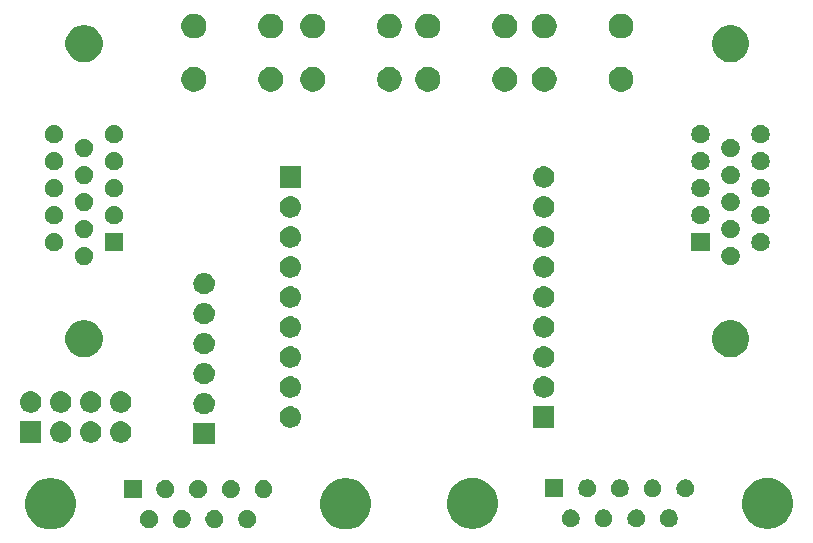
<source format=gbr>
%TF.GenerationSoftware,KiCad,Pcbnew,(5.0.1-3-g963ef8bb5)*%
%TF.CreationDate,2019-01-11T00:28:31-08:00*%
%TF.ProjectId,vga_i2c,7667615F6932632E6B696361645F7063,rev?*%
%TF.SameCoordinates,Original*%
%TF.FileFunction,Soldermask,Bot*%
%TF.FilePolarity,Negative*%
%FSLAX46Y46*%
G04 Gerber Fmt 4.6, Leading zero omitted, Abs format (unit mm)*
G04 Created by KiCad (PCBNEW (5.0.1-3-g963ef8bb5)) date Friday, January 11, 2019 at 12:28:31 AM*
%MOMM*%
%LPD*%
G01*
G04 APERTURE LIST*
%ADD10C,0.100000*%
G04 APERTURE END LIST*
D10*
G36*
X78909308Y-93885361D02*
X79164699Y-93936161D01*
X79557575Y-94098896D01*
X79911155Y-94335150D01*
X80211850Y-94635845D01*
X80448104Y-94989425D01*
X80610839Y-95382301D01*
X80623509Y-95446000D01*
X80683696Y-95748577D01*
X80693800Y-95799377D01*
X80693800Y-96224623D01*
X80610839Y-96641699D01*
X80448104Y-97034575D01*
X80211850Y-97388155D01*
X79911155Y-97688850D01*
X79557575Y-97925104D01*
X79164699Y-98087839D01*
X78914453Y-98137616D01*
X78747625Y-98170800D01*
X78322375Y-98170800D01*
X78155547Y-98137616D01*
X77905301Y-98087839D01*
X77512425Y-97925104D01*
X77158845Y-97688850D01*
X76858150Y-97388155D01*
X76621896Y-97034575D01*
X76459161Y-96641699D01*
X76376200Y-96224623D01*
X76376200Y-95799377D01*
X76386305Y-95748577D01*
X76446491Y-95446000D01*
X76459161Y-95382301D01*
X76621896Y-94989425D01*
X76858150Y-94635845D01*
X77158845Y-94335150D01*
X77512425Y-94098896D01*
X77905301Y-93936161D01*
X78160692Y-93885361D01*
X78322375Y-93853200D01*
X78747625Y-93853200D01*
X78909308Y-93885361D01*
X78909308Y-93885361D01*
G37*
G36*
X53919308Y-93885361D02*
X54174699Y-93936161D01*
X54567575Y-94098896D01*
X54921155Y-94335150D01*
X55221850Y-94635845D01*
X55458104Y-94989425D01*
X55620839Y-95382301D01*
X55633509Y-95446000D01*
X55693696Y-95748577D01*
X55703800Y-95799377D01*
X55703800Y-96224623D01*
X55620839Y-96641699D01*
X55458104Y-97034575D01*
X55221850Y-97388155D01*
X54921155Y-97688850D01*
X54567575Y-97925104D01*
X54174699Y-98087839D01*
X53924453Y-98137616D01*
X53757625Y-98170800D01*
X53332375Y-98170800D01*
X53165547Y-98137616D01*
X52915301Y-98087839D01*
X52522425Y-97925104D01*
X52168845Y-97688850D01*
X51868150Y-97388155D01*
X51631896Y-97034575D01*
X51469161Y-96641699D01*
X51386200Y-96224623D01*
X51386200Y-95799377D01*
X51396305Y-95748577D01*
X51456491Y-95446000D01*
X51469161Y-95382301D01*
X51631896Y-94989425D01*
X51868150Y-94635845D01*
X52168845Y-94335150D01*
X52522425Y-94098896D01*
X52915301Y-93936161D01*
X53170692Y-93885361D01*
X53332375Y-93853200D01*
X53757625Y-93853200D01*
X53919308Y-93885361D01*
X53919308Y-93885361D01*
G37*
G36*
X114626853Y-93835584D02*
X114877099Y-93885361D01*
X115269975Y-94048096D01*
X115623555Y-94284350D01*
X115924250Y-94585045D01*
X116160504Y-94938625D01*
X116323239Y-95331501D01*
X116333344Y-95382304D01*
X116406200Y-95748575D01*
X116406200Y-96173825D01*
X116396095Y-96224625D01*
X116323239Y-96590899D01*
X116160504Y-96983775D01*
X115924250Y-97337355D01*
X115623555Y-97638050D01*
X115269975Y-97874304D01*
X114877099Y-98037039D01*
X114626853Y-98086816D01*
X114460025Y-98120000D01*
X114034775Y-98120000D01*
X113867947Y-98086816D01*
X113617701Y-98037039D01*
X113224825Y-97874304D01*
X112871245Y-97638050D01*
X112570550Y-97337355D01*
X112334296Y-96983775D01*
X112171561Y-96590899D01*
X112098705Y-96224625D01*
X112088600Y-96173825D01*
X112088600Y-95748575D01*
X112161456Y-95382304D01*
X112171561Y-95331501D01*
X112334296Y-94938625D01*
X112570550Y-94585045D01*
X112871245Y-94284350D01*
X113224825Y-94048096D01*
X113617701Y-93885361D01*
X113867947Y-93835584D01*
X114034775Y-93802400D01*
X114460025Y-93802400D01*
X114626853Y-93835584D01*
X114626853Y-93835584D01*
G37*
G36*
X89636853Y-93835584D02*
X89887099Y-93885361D01*
X90279975Y-94048096D01*
X90633555Y-94284350D01*
X90934250Y-94585045D01*
X91170504Y-94938625D01*
X91333239Y-95331501D01*
X91343344Y-95382304D01*
X91416200Y-95748575D01*
X91416200Y-96173825D01*
X91406095Y-96224625D01*
X91333239Y-96590899D01*
X91170504Y-96983775D01*
X90934250Y-97337355D01*
X90633555Y-97638050D01*
X90279975Y-97874304D01*
X89887099Y-98037039D01*
X89636853Y-98086816D01*
X89470025Y-98120000D01*
X89044775Y-98120000D01*
X88877947Y-98086816D01*
X88627701Y-98037039D01*
X88234825Y-97874304D01*
X87881245Y-97638050D01*
X87580550Y-97337355D01*
X87344296Y-96983775D01*
X87181561Y-96590899D01*
X87108705Y-96224625D01*
X87098600Y-96173825D01*
X87098600Y-95748575D01*
X87171456Y-95382304D01*
X87181561Y-95331501D01*
X87344296Y-94938625D01*
X87580550Y-94585045D01*
X87881245Y-94284350D01*
X88234825Y-94048096D01*
X88627701Y-93885361D01*
X88877947Y-93835584D01*
X89044775Y-93802400D01*
X89470025Y-93802400D01*
X89636853Y-93835584D01*
X89636853Y-93835584D01*
G37*
G36*
X70415167Y-96556206D02*
X70552533Y-96613105D01*
X70676158Y-96695709D01*
X70781291Y-96800842D01*
X70863895Y-96924467D01*
X70920794Y-97061833D01*
X70949800Y-97207657D01*
X70949800Y-97356343D01*
X70920794Y-97502167D01*
X70863895Y-97639533D01*
X70781291Y-97763158D01*
X70676158Y-97868291D01*
X70552533Y-97950895D01*
X70415167Y-98007794D01*
X70269343Y-98036800D01*
X70120657Y-98036800D01*
X69974833Y-98007794D01*
X69837467Y-97950895D01*
X69713842Y-97868291D01*
X69608709Y-97763158D01*
X69526105Y-97639533D01*
X69469206Y-97502167D01*
X69440200Y-97356343D01*
X69440200Y-97207657D01*
X69469206Y-97061833D01*
X69526105Y-96924467D01*
X69608709Y-96800842D01*
X69713842Y-96695709D01*
X69837467Y-96613105D01*
X69974833Y-96556206D01*
X70120657Y-96527200D01*
X70269343Y-96527200D01*
X70415167Y-96556206D01*
X70415167Y-96556206D01*
G37*
G36*
X67645167Y-96556206D02*
X67782533Y-96613105D01*
X67906158Y-96695709D01*
X68011291Y-96800842D01*
X68093895Y-96924467D01*
X68150794Y-97061833D01*
X68179800Y-97207657D01*
X68179800Y-97356343D01*
X68150794Y-97502167D01*
X68093895Y-97639533D01*
X68011291Y-97763158D01*
X67906158Y-97868291D01*
X67782533Y-97950895D01*
X67645167Y-98007794D01*
X67499343Y-98036800D01*
X67350657Y-98036800D01*
X67204833Y-98007794D01*
X67067467Y-97950895D01*
X66943842Y-97868291D01*
X66838709Y-97763158D01*
X66756105Y-97639533D01*
X66699206Y-97502167D01*
X66670200Y-97356343D01*
X66670200Y-97207657D01*
X66699206Y-97061833D01*
X66756105Y-96924467D01*
X66838709Y-96800842D01*
X66943842Y-96695709D01*
X67067467Y-96613105D01*
X67204833Y-96556206D01*
X67350657Y-96527200D01*
X67499343Y-96527200D01*
X67645167Y-96556206D01*
X67645167Y-96556206D01*
G37*
G36*
X64875167Y-96556206D02*
X65012533Y-96613105D01*
X65136158Y-96695709D01*
X65241291Y-96800842D01*
X65323895Y-96924467D01*
X65380794Y-97061833D01*
X65409800Y-97207657D01*
X65409800Y-97356343D01*
X65380794Y-97502167D01*
X65323895Y-97639533D01*
X65241291Y-97763158D01*
X65136158Y-97868291D01*
X65012533Y-97950895D01*
X64875167Y-98007794D01*
X64729343Y-98036800D01*
X64580657Y-98036800D01*
X64434833Y-98007794D01*
X64297467Y-97950895D01*
X64173842Y-97868291D01*
X64068709Y-97763158D01*
X63986105Y-97639533D01*
X63929206Y-97502167D01*
X63900200Y-97356343D01*
X63900200Y-97207657D01*
X63929206Y-97061833D01*
X63986105Y-96924467D01*
X64068709Y-96800842D01*
X64173842Y-96695709D01*
X64297467Y-96613105D01*
X64434833Y-96556206D01*
X64580657Y-96527200D01*
X64729343Y-96527200D01*
X64875167Y-96556206D01*
X64875167Y-96556206D01*
G37*
G36*
X62105167Y-96556206D02*
X62242533Y-96613105D01*
X62366158Y-96695709D01*
X62471291Y-96800842D01*
X62553895Y-96924467D01*
X62610794Y-97061833D01*
X62639800Y-97207657D01*
X62639800Y-97356343D01*
X62610794Y-97502167D01*
X62553895Y-97639533D01*
X62471291Y-97763158D01*
X62366158Y-97868291D01*
X62242533Y-97950895D01*
X62105167Y-98007794D01*
X61959343Y-98036800D01*
X61810657Y-98036800D01*
X61664833Y-98007794D01*
X61527467Y-97950895D01*
X61403842Y-97868291D01*
X61298709Y-97763158D01*
X61216105Y-97639533D01*
X61159206Y-97502167D01*
X61130200Y-97356343D01*
X61130200Y-97207657D01*
X61159206Y-97061833D01*
X61216105Y-96924467D01*
X61298709Y-96800842D01*
X61403842Y-96695709D01*
X61527467Y-96613105D01*
X61664833Y-96556206D01*
X61810657Y-96527200D01*
X61959343Y-96527200D01*
X62105167Y-96556206D01*
X62105167Y-96556206D01*
G37*
G36*
X106127567Y-96505406D02*
X106264933Y-96562305D01*
X106388558Y-96644909D01*
X106493691Y-96750042D01*
X106576295Y-96873667D01*
X106633194Y-97011033D01*
X106662200Y-97156857D01*
X106662200Y-97305543D01*
X106633194Y-97451367D01*
X106576295Y-97588733D01*
X106493691Y-97712358D01*
X106388558Y-97817491D01*
X106264933Y-97900095D01*
X106127567Y-97956994D01*
X105981743Y-97986000D01*
X105833057Y-97986000D01*
X105687233Y-97956994D01*
X105549867Y-97900095D01*
X105426242Y-97817491D01*
X105321109Y-97712358D01*
X105238505Y-97588733D01*
X105181606Y-97451367D01*
X105152600Y-97305543D01*
X105152600Y-97156857D01*
X105181606Y-97011033D01*
X105238505Y-96873667D01*
X105321109Y-96750042D01*
X105426242Y-96644909D01*
X105549867Y-96562305D01*
X105687233Y-96505406D01*
X105833057Y-96476400D01*
X105981743Y-96476400D01*
X106127567Y-96505406D01*
X106127567Y-96505406D01*
G37*
G36*
X103357567Y-96505406D02*
X103494933Y-96562305D01*
X103618558Y-96644909D01*
X103723691Y-96750042D01*
X103806295Y-96873667D01*
X103863194Y-97011033D01*
X103892200Y-97156857D01*
X103892200Y-97305543D01*
X103863194Y-97451367D01*
X103806295Y-97588733D01*
X103723691Y-97712358D01*
X103618558Y-97817491D01*
X103494933Y-97900095D01*
X103357567Y-97956994D01*
X103211743Y-97986000D01*
X103063057Y-97986000D01*
X102917233Y-97956994D01*
X102779867Y-97900095D01*
X102656242Y-97817491D01*
X102551109Y-97712358D01*
X102468505Y-97588733D01*
X102411606Y-97451367D01*
X102382600Y-97305543D01*
X102382600Y-97156857D01*
X102411606Y-97011033D01*
X102468505Y-96873667D01*
X102551109Y-96750042D01*
X102656242Y-96644909D01*
X102779867Y-96562305D01*
X102917233Y-96505406D01*
X103063057Y-96476400D01*
X103211743Y-96476400D01*
X103357567Y-96505406D01*
X103357567Y-96505406D01*
G37*
G36*
X100587567Y-96505406D02*
X100724933Y-96562305D01*
X100848558Y-96644909D01*
X100953691Y-96750042D01*
X101036295Y-96873667D01*
X101093194Y-97011033D01*
X101122200Y-97156857D01*
X101122200Y-97305543D01*
X101093194Y-97451367D01*
X101036295Y-97588733D01*
X100953691Y-97712358D01*
X100848558Y-97817491D01*
X100724933Y-97900095D01*
X100587567Y-97956994D01*
X100441743Y-97986000D01*
X100293057Y-97986000D01*
X100147233Y-97956994D01*
X100009867Y-97900095D01*
X99886242Y-97817491D01*
X99781109Y-97712358D01*
X99698505Y-97588733D01*
X99641606Y-97451367D01*
X99612600Y-97305543D01*
X99612600Y-97156857D01*
X99641606Y-97011033D01*
X99698505Y-96873667D01*
X99781109Y-96750042D01*
X99886242Y-96644909D01*
X100009867Y-96562305D01*
X100147233Y-96505406D01*
X100293057Y-96476400D01*
X100441743Y-96476400D01*
X100587567Y-96505406D01*
X100587567Y-96505406D01*
G37*
G36*
X97817567Y-96505406D02*
X97954933Y-96562305D01*
X98078558Y-96644909D01*
X98183691Y-96750042D01*
X98266295Y-96873667D01*
X98323194Y-97011033D01*
X98352200Y-97156857D01*
X98352200Y-97305543D01*
X98323194Y-97451367D01*
X98266295Y-97588733D01*
X98183691Y-97712358D01*
X98078558Y-97817491D01*
X97954933Y-97900095D01*
X97817567Y-97956994D01*
X97671743Y-97986000D01*
X97523057Y-97986000D01*
X97377233Y-97956994D01*
X97239867Y-97900095D01*
X97116242Y-97817491D01*
X97011109Y-97712358D01*
X96928505Y-97588733D01*
X96871606Y-97451367D01*
X96842600Y-97305543D01*
X96842600Y-97156857D01*
X96871606Y-97011033D01*
X96928505Y-96873667D01*
X97011109Y-96750042D01*
X97116242Y-96644909D01*
X97239867Y-96562305D01*
X97377233Y-96505406D01*
X97523057Y-96476400D01*
X97671743Y-96476400D01*
X97817567Y-96505406D01*
X97817567Y-96505406D01*
G37*
G36*
X71800167Y-94016206D02*
X71937533Y-94073105D01*
X72061158Y-94155709D01*
X72166291Y-94260842D01*
X72248895Y-94384467D01*
X72305794Y-94521833D01*
X72334800Y-94667657D01*
X72334800Y-94816343D01*
X72305794Y-94962167D01*
X72248895Y-95099533D01*
X72166291Y-95223158D01*
X72061158Y-95328291D01*
X71937533Y-95410895D01*
X71800167Y-95467794D01*
X71654343Y-95496800D01*
X71505657Y-95496800D01*
X71359833Y-95467794D01*
X71222467Y-95410895D01*
X71098842Y-95328291D01*
X70993709Y-95223158D01*
X70911105Y-95099533D01*
X70854206Y-94962167D01*
X70825200Y-94816343D01*
X70825200Y-94667657D01*
X70854206Y-94521833D01*
X70911105Y-94384467D01*
X70993709Y-94260842D01*
X71098842Y-94155709D01*
X71222467Y-94073105D01*
X71359833Y-94016206D01*
X71505657Y-93987200D01*
X71654343Y-93987200D01*
X71800167Y-94016206D01*
X71800167Y-94016206D01*
G37*
G36*
X69030167Y-94016206D02*
X69167533Y-94073105D01*
X69291158Y-94155709D01*
X69396291Y-94260842D01*
X69478895Y-94384467D01*
X69535794Y-94521833D01*
X69564800Y-94667657D01*
X69564800Y-94816343D01*
X69535794Y-94962167D01*
X69478895Y-95099533D01*
X69396291Y-95223158D01*
X69291158Y-95328291D01*
X69167533Y-95410895D01*
X69030167Y-95467794D01*
X68884343Y-95496800D01*
X68735657Y-95496800D01*
X68589833Y-95467794D01*
X68452467Y-95410895D01*
X68328842Y-95328291D01*
X68223709Y-95223158D01*
X68141105Y-95099533D01*
X68084206Y-94962167D01*
X68055200Y-94816343D01*
X68055200Y-94667657D01*
X68084206Y-94521833D01*
X68141105Y-94384467D01*
X68223709Y-94260842D01*
X68328842Y-94155709D01*
X68452467Y-94073105D01*
X68589833Y-94016206D01*
X68735657Y-93987200D01*
X68884343Y-93987200D01*
X69030167Y-94016206D01*
X69030167Y-94016206D01*
G37*
G36*
X66260167Y-94016206D02*
X66397533Y-94073105D01*
X66521158Y-94155709D01*
X66626291Y-94260842D01*
X66708895Y-94384467D01*
X66765794Y-94521833D01*
X66794800Y-94667657D01*
X66794800Y-94816343D01*
X66765794Y-94962167D01*
X66708895Y-95099533D01*
X66626291Y-95223158D01*
X66521158Y-95328291D01*
X66397533Y-95410895D01*
X66260167Y-95467794D01*
X66114343Y-95496800D01*
X65965657Y-95496800D01*
X65819833Y-95467794D01*
X65682467Y-95410895D01*
X65558842Y-95328291D01*
X65453709Y-95223158D01*
X65371105Y-95099533D01*
X65314206Y-94962167D01*
X65285200Y-94816343D01*
X65285200Y-94667657D01*
X65314206Y-94521833D01*
X65371105Y-94384467D01*
X65453709Y-94260842D01*
X65558842Y-94155709D01*
X65682467Y-94073105D01*
X65819833Y-94016206D01*
X65965657Y-93987200D01*
X66114343Y-93987200D01*
X66260167Y-94016206D01*
X66260167Y-94016206D01*
G37*
G36*
X63490167Y-94016206D02*
X63627533Y-94073105D01*
X63751158Y-94155709D01*
X63856291Y-94260842D01*
X63938895Y-94384467D01*
X63995794Y-94521833D01*
X64024800Y-94667657D01*
X64024800Y-94816343D01*
X63995794Y-94962167D01*
X63938895Y-95099533D01*
X63856291Y-95223158D01*
X63751158Y-95328291D01*
X63627533Y-95410895D01*
X63490167Y-95467794D01*
X63344343Y-95496800D01*
X63195657Y-95496800D01*
X63049833Y-95467794D01*
X62912467Y-95410895D01*
X62788842Y-95328291D01*
X62683709Y-95223158D01*
X62601105Y-95099533D01*
X62544206Y-94962167D01*
X62515200Y-94816343D01*
X62515200Y-94667657D01*
X62544206Y-94521833D01*
X62601105Y-94384467D01*
X62683709Y-94260842D01*
X62788842Y-94155709D01*
X62912467Y-94073105D01*
X63049833Y-94016206D01*
X63195657Y-93987200D01*
X63344343Y-93987200D01*
X63490167Y-94016206D01*
X63490167Y-94016206D01*
G37*
G36*
X61254800Y-95496800D02*
X59745200Y-95496800D01*
X59745200Y-93987200D01*
X61254800Y-93987200D01*
X61254800Y-95496800D01*
X61254800Y-95496800D01*
G37*
G36*
X107512567Y-93965406D02*
X107649933Y-94022305D01*
X107773558Y-94104909D01*
X107878691Y-94210042D01*
X107961295Y-94333667D01*
X108018194Y-94471033D01*
X108047200Y-94616857D01*
X108047200Y-94765543D01*
X108018194Y-94911367D01*
X107961295Y-95048733D01*
X107878691Y-95172358D01*
X107773558Y-95277491D01*
X107649933Y-95360095D01*
X107512567Y-95416994D01*
X107366743Y-95446000D01*
X107218057Y-95446000D01*
X107072233Y-95416994D01*
X106934867Y-95360095D01*
X106811242Y-95277491D01*
X106706109Y-95172358D01*
X106623505Y-95048733D01*
X106566606Y-94911367D01*
X106537600Y-94765543D01*
X106537600Y-94616857D01*
X106566606Y-94471033D01*
X106623505Y-94333667D01*
X106706109Y-94210042D01*
X106811242Y-94104909D01*
X106934867Y-94022305D01*
X107072233Y-93965406D01*
X107218057Y-93936400D01*
X107366743Y-93936400D01*
X107512567Y-93965406D01*
X107512567Y-93965406D01*
G37*
G36*
X96967200Y-95446000D02*
X95457600Y-95446000D01*
X95457600Y-93936400D01*
X96967200Y-93936400D01*
X96967200Y-95446000D01*
X96967200Y-95446000D01*
G37*
G36*
X99202567Y-93965406D02*
X99339933Y-94022305D01*
X99463558Y-94104909D01*
X99568691Y-94210042D01*
X99651295Y-94333667D01*
X99708194Y-94471033D01*
X99737200Y-94616857D01*
X99737200Y-94765543D01*
X99708194Y-94911367D01*
X99651295Y-95048733D01*
X99568691Y-95172358D01*
X99463558Y-95277491D01*
X99339933Y-95360095D01*
X99202567Y-95416994D01*
X99056743Y-95446000D01*
X98908057Y-95446000D01*
X98762233Y-95416994D01*
X98624867Y-95360095D01*
X98501242Y-95277491D01*
X98396109Y-95172358D01*
X98313505Y-95048733D01*
X98256606Y-94911367D01*
X98227600Y-94765543D01*
X98227600Y-94616857D01*
X98256606Y-94471033D01*
X98313505Y-94333667D01*
X98396109Y-94210042D01*
X98501242Y-94104909D01*
X98624867Y-94022305D01*
X98762233Y-93965406D01*
X98908057Y-93936400D01*
X99056743Y-93936400D01*
X99202567Y-93965406D01*
X99202567Y-93965406D01*
G37*
G36*
X101972567Y-93965406D02*
X102109933Y-94022305D01*
X102233558Y-94104909D01*
X102338691Y-94210042D01*
X102421295Y-94333667D01*
X102478194Y-94471033D01*
X102507200Y-94616857D01*
X102507200Y-94765543D01*
X102478194Y-94911367D01*
X102421295Y-95048733D01*
X102338691Y-95172358D01*
X102233558Y-95277491D01*
X102109933Y-95360095D01*
X101972567Y-95416994D01*
X101826743Y-95446000D01*
X101678057Y-95446000D01*
X101532233Y-95416994D01*
X101394867Y-95360095D01*
X101271242Y-95277491D01*
X101166109Y-95172358D01*
X101083505Y-95048733D01*
X101026606Y-94911367D01*
X100997600Y-94765543D01*
X100997600Y-94616857D01*
X101026606Y-94471033D01*
X101083505Y-94333667D01*
X101166109Y-94210042D01*
X101271242Y-94104909D01*
X101394867Y-94022305D01*
X101532233Y-93965406D01*
X101678057Y-93936400D01*
X101826743Y-93936400D01*
X101972567Y-93965406D01*
X101972567Y-93965406D01*
G37*
G36*
X104742567Y-93965406D02*
X104879933Y-94022305D01*
X105003558Y-94104909D01*
X105108691Y-94210042D01*
X105191295Y-94333667D01*
X105248194Y-94471033D01*
X105277200Y-94616857D01*
X105277200Y-94765543D01*
X105248194Y-94911367D01*
X105191295Y-95048733D01*
X105108691Y-95172358D01*
X105003558Y-95277491D01*
X104879933Y-95360095D01*
X104742567Y-95416994D01*
X104596743Y-95446000D01*
X104448057Y-95446000D01*
X104302233Y-95416994D01*
X104164867Y-95360095D01*
X104041242Y-95277491D01*
X103936109Y-95172358D01*
X103853505Y-95048733D01*
X103796606Y-94911367D01*
X103767600Y-94765543D01*
X103767600Y-94616857D01*
X103796606Y-94471033D01*
X103853505Y-94333667D01*
X103936109Y-94210042D01*
X104041242Y-94104909D01*
X104164867Y-94022305D01*
X104302233Y-93965406D01*
X104448057Y-93936400D01*
X104596743Y-93936400D01*
X104742567Y-93965406D01*
X104742567Y-93965406D01*
G37*
G36*
X67448800Y-90943800D02*
X65647200Y-90943800D01*
X65647200Y-89142200D01*
X67448800Y-89142200D01*
X67448800Y-90943800D01*
X67448800Y-90943800D01*
G37*
G36*
X54495162Y-89019545D02*
X54583388Y-89028234D01*
X54696589Y-89062573D01*
X54753190Y-89079743D01*
X54870037Y-89142200D01*
X54909679Y-89163389D01*
X54945409Y-89192712D01*
X55046844Y-89275956D01*
X55130088Y-89377391D01*
X55159411Y-89413121D01*
X55159412Y-89413123D01*
X55243057Y-89569610D01*
X55243057Y-89569611D01*
X55294566Y-89739412D01*
X55311958Y-89916000D01*
X55294566Y-90092588D01*
X55260227Y-90205789D01*
X55243057Y-90262390D01*
X55168978Y-90400980D01*
X55159411Y-90418879D01*
X55130088Y-90454609D01*
X55046844Y-90556044D01*
X54945409Y-90639288D01*
X54909679Y-90668611D01*
X54909677Y-90668612D01*
X54753190Y-90752257D01*
X54696589Y-90769427D01*
X54583388Y-90803766D01*
X54495162Y-90812455D01*
X54451050Y-90816800D01*
X54362550Y-90816800D01*
X54318438Y-90812455D01*
X54230212Y-90803766D01*
X54117011Y-90769427D01*
X54060410Y-90752257D01*
X53903923Y-90668612D01*
X53903921Y-90668611D01*
X53868191Y-90639288D01*
X53766756Y-90556044D01*
X53683512Y-90454609D01*
X53654189Y-90418879D01*
X53644622Y-90400980D01*
X53570543Y-90262390D01*
X53553373Y-90205789D01*
X53519034Y-90092588D01*
X53501642Y-89916000D01*
X53519034Y-89739412D01*
X53570543Y-89569611D01*
X53570543Y-89569610D01*
X53654188Y-89413123D01*
X53654189Y-89413121D01*
X53683512Y-89377391D01*
X53766756Y-89275956D01*
X53868191Y-89192712D01*
X53903921Y-89163389D01*
X53943563Y-89142200D01*
X54060410Y-89079743D01*
X54117011Y-89062573D01*
X54230212Y-89028234D01*
X54318438Y-89019545D01*
X54362550Y-89015200D01*
X54451050Y-89015200D01*
X54495162Y-89019545D01*
X54495162Y-89019545D01*
G37*
G36*
X59575162Y-89019545D02*
X59663388Y-89028234D01*
X59776589Y-89062573D01*
X59833190Y-89079743D01*
X59950037Y-89142200D01*
X59989679Y-89163389D01*
X60025409Y-89192712D01*
X60126844Y-89275956D01*
X60210088Y-89377391D01*
X60239411Y-89413121D01*
X60239412Y-89413123D01*
X60323057Y-89569610D01*
X60323057Y-89569611D01*
X60374566Y-89739412D01*
X60391958Y-89916000D01*
X60374566Y-90092588D01*
X60340227Y-90205789D01*
X60323057Y-90262390D01*
X60248978Y-90400980D01*
X60239411Y-90418879D01*
X60210088Y-90454609D01*
X60126844Y-90556044D01*
X60025409Y-90639288D01*
X59989679Y-90668611D01*
X59989677Y-90668612D01*
X59833190Y-90752257D01*
X59776589Y-90769427D01*
X59663388Y-90803766D01*
X59575162Y-90812455D01*
X59531050Y-90816800D01*
X59442550Y-90816800D01*
X59398438Y-90812455D01*
X59310212Y-90803766D01*
X59197011Y-90769427D01*
X59140410Y-90752257D01*
X58983923Y-90668612D01*
X58983921Y-90668611D01*
X58948191Y-90639288D01*
X58846756Y-90556044D01*
X58763512Y-90454609D01*
X58734189Y-90418879D01*
X58724622Y-90400980D01*
X58650543Y-90262390D01*
X58633373Y-90205789D01*
X58599034Y-90092588D01*
X58581642Y-89916000D01*
X58599034Y-89739412D01*
X58650543Y-89569611D01*
X58650543Y-89569610D01*
X58734188Y-89413123D01*
X58734189Y-89413121D01*
X58763512Y-89377391D01*
X58846756Y-89275956D01*
X58948191Y-89192712D01*
X58983921Y-89163389D01*
X59023563Y-89142200D01*
X59140410Y-89079743D01*
X59197011Y-89062573D01*
X59310212Y-89028234D01*
X59398438Y-89019545D01*
X59442550Y-89015200D01*
X59531050Y-89015200D01*
X59575162Y-89019545D01*
X59575162Y-89019545D01*
G37*
G36*
X57035162Y-89019545D02*
X57123388Y-89028234D01*
X57236589Y-89062573D01*
X57293190Y-89079743D01*
X57410037Y-89142200D01*
X57449679Y-89163389D01*
X57485409Y-89192712D01*
X57586844Y-89275956D01*
X57670088Y-89377391D01*
X57699411Y-89413121D01*
X57699412Y-89413123D01*
X57783057Y-89569610D01*
X57783057Y-89569611D01*
X57834566Y-89739412D01*
X57851958Y-89916000D01*
X57834566Y-90092588D01*
X57800227Y-90205789D01*
X57783057Y-90262390D01*
X57708978Y-90400980D01*
X57699411Y-90418879D01*
X57670088Y-90454609D01*
X57586844Y-90556044D01*
X57485409Y-90639288D01*
X57449679Y-90668611D01*
X57449677Y-90668612D01*
X57293190Y-90752257D01*
X57236589Y-90769427D01*
X57123388Y-90803766D01*
X57035162Y-90812455D01*
X56991050Y-90816800D01*
X56902550Y-90816800D01*
X56858438Y-90812455D01*
X56770212Y-90803766D01*
X56657011Y-90769427D01*
X56600410Y-90752257D01*
X56443923Y-90668612D01*
X56443921Y-90668611D01*
X56408191Y-90639288D01*
X56306756Y-90556044D01*
X56223512Y-90454609D01*
X56194189Y-90418879D01*
X56184622Y-90400980D01*
X56110543Y-90262390D01*
X56093373Y-90205789D01*
X56059034Y-90092588D01*
X56041642Y-89916000D01*
X56059034Y-89739412D01*
X56110543Y-89569611D01*
X56110543Y-89569610D01*
X56194188Y-89413123D01*
X56194189Y-89413121D01*
X56223512Y-89377391D01*
X56306756Y-89275956D01*
X56408191Y-89192712D01*
X56443921Y-89163389D01*
X56483563Y-89142200D01*
X56600410Y-89079743D01*
X56657011Y-89062573D01*
X56770212Y-89028234D01*
X56858438Y-89019545D01*
X56902550Y-89015200D01*
X56991050Y-89015200D01*
X57035162Y-89019545D01*
X57035162Y-89019545D01*
G37*
G36*
X52767600Y-90816800D02*
X50966000Y-90816800D01*
X50966000Y-89015200D01*
X52767600Y-89015200D01*
X52767600Y-90816800D01*
X52767600Y-90816800D01*
G37*
G36*
X73938862Y-87749545D02*
X74027088Y-87758234D01*
X74140289Y-87792573D01*
X74196890Y-87809743D01*
X74271063Y-87849390D01*
X74353379Y-87893389D01*
X74389109Y-87922712D01*
X74490544Y-88005956D01*
X74573788Y-88107391D01*
X74603111Y-88143121D01*
X74603112Y-88143123D01*
X74686757Y-88299610D01*
X74686757Y-88299611D01*
X74738266Y-88469412D01*
X74755658Y-88646000D01*
X74738266Y-88822588D01*
X74703927Y-88935789D01*
X74686757Y-88992390D01*
X74640065Y-89079743D01*
X74603111Y-89148879D01*
X74591203Y-89163389D01*
X74490544Y-89286044D01*
X74389109Y-89369288D01*
X74353379Y-89398611D01*
X74353377Y-89398612D01*
X74196890Y-89482257D01*
X74140289Y-89499427D01*
X74027088Y-89533766D01*
X73938862Y-89542455D01*
X73894750Y-89546800D01*
X73806250Y-89546800D01*
X73762138Y-89542455D01*
X73673912Y-89533766D01*
X73560711Y-89499427D01*
X73504110Y-89482257D01*
X73347623Y-89398612D01*
X73347621Y-89398611D01*
X73311891Y-89369288D01*
X73210456Y-89286044D01*
X73109797Y-89163389D01*
X73097889Y-89148879D01*
X73060935Y-89079743D01*
X73014243Y-88992390D01*
X72997073Y-88935789D01*
X72962734Y-88822588D01*
X72945342Y-88646000D01*
X72962734Y-88469412D01*
X73014243Y-88299611D01*
X73014243Y-88299610D01*
X73097888Y-88143123D01*
X73097889Y-88143121D01*
X73127212Y-88107391D01*
X73210456Y-88005956D01*
X73311891Y-87922712D01*
X73347621Y-87893389D01*
X73429937Y-87849390D01*
X73504110Y-87809743D01*
X73560711Y-87792573D01*
X73673912Y-87758234D01*
X73762138Y-87749545D01*
X73806250Y-87745200D01*
X73894750Y-87745200D01*
X73938862Y-87749545D01*
X73938862Y-87749545D01*
G37*
G36*
X96214300Y-89546800D02*
X94412700Y-89546800D01*
X94412700Y-87745200D01*
X96214300Y-87745200D01*
X96214300Y-89546800D01*
X96214300Y-89546800D01*
G37*
G36*
X66636362Y-86606545D02*
X66724588Y-86615234D01*
X66837789Y-86649573D01*
X66894390Y-86666743D01*
X67023877Y-86735956D01*
X67050879Y-86750389D01*
X67086609Y-86779712D01*
X67188044Y-86862956D01*
X67253123Y-86942257D01*
X67300611Y-87000121D01*
X67300612Y-87000123D01*
X67384257Y-87156610D01*
X67384257Y-87156611D01*
X67435766Y-87326412D01*
X67453158Y-87503000D01*
X67435766Y-87679588D01*
X67411909Y-87758234D01*
X67384257Y-87849390D01*
X67310178Y-87987980D01*
X67300611Y-88005879D01*
X67271288Y-88041609D01*
X67188044Y-88143044D01*
X67103706Y-88212257D01*
X67050879Y-88255611D01*
X67050877Y-88255612D01*
X66894390Y-88339257D01*
X66837789Y-88356427D01*
X66724588Y-88390766D01*
X66636362Y-88399455D01*
X66592250Y-88403800D01*
X66503750Y-88403800D01*
X66459638Y-88399455D01*
X66371412Y-88390766D01*
X66258211Y-88356427D01*
X66201610Y-88339257D01*
X66045123Y-88255612D01*
X66045121Y-88255611D01*
X65992294Y-88212257D01*
X65907956Y-88143044D01*
X65824712Y-88041609D01*
X65795389Y-88005879D01*
X65785822Y-87987980D01*
X65711743Y-87849390D01*
X65684091Y-87758234D01*
X65660234Y-87679588D01*
X65642842Y-87503000D01*
X65660234Y-87326412D01*
X65711743Y-87156611D01*
X65711743Y-87156610D01*
X65795388Y-87000123D01*
X65795389Y-87000121D01*
X65842877Y-86942257D01*
X65907956Y-86862956D01*
X66009391Y-86779712D01*
X66045121Y-86750389D01*
X66072123Y-86735956D01*
X66201610Y-86666743D01*
X66258211Y-86649573D01*
X66371412Y-86615234D01*
X66459638Y-86606545D01*
X66503750Y-86602200D01*
X66592250Y-86602200D01*
X66636362Y-86606545D01*
X66636362Y-86606545D01*
G37*
G36*
X59575162Y-86479545D02*
X59663388Y-86488234D01*
X59776589Y-86522573D01*
X59833190Y-86539743D01*
X59950037Y-86602200D01*
X59989679Y-86623389D01*
X60025409Y-86652712D01*
X60126844Y-86735956D01*
X60210088Y-86837391D01*
X60239411Y-86873121D01*
X60239412Y-86873123D01*
X60323057Y-87029610D01*
X60323057Y-87029611D01*
X60374566Y-87199412D01*
X60391958Y-87376000D01*
X60374566Y-87552588D01*
X60340227Y-87665789D01*
X60323057Y-87722390D01*
X60276365Y-87809743D01*
X60239411Y-87878879D01*
X60227503Y-87893389D01*
X60126844Y-88016044D01*
X60025409Y-88099288D01*
X59989679Y-88128611D01*
X59989677Y-88128612D01*
X59833190Y-88212257D01*
X59776589Y-88229427D01*
X59663388Y-88263766D01*
X59575162Y-88272455D01*
X59531050Y-88276800D01*
X59442550Y-88276800D01*
X59398438Y-88272455D01*
X59310212Y-88263766D01*
X59197011Y-88229427D01*
X59140410Y-88212257D01*
X58983923Y-88128612D01*
X58983921Y-88128611D01*
X58948191Y-88099288D01*
X58846756Y-88016044D01*
X58746097Y-87893389D01*
X58734189Y-87878879D01*
X58697235Y-87809743D01*
X58650543Y-87722390D01*
X58633373Y-87665789D01*
X58599034Y-87552588D01*
X58581642Y-87376000D01*
X58599034Y-87199412D01*
X58650543Y-87029611D01*
X58650543Y-87029610D01*
X58734188Y-86873123D01*
X58734189Y-86873121D01*
X58763512Y-86837391D01*
X58846756Y-86735956D01*
X58948191Y-86652712D01*
X58983921Y-86623389D01*
X59023563Y-86602200D01*
X59140410Y-86539743D01*
X59197011Y-86522573D01*
X59310212Y-86488234D01*
X59398438Y-86479545D01*
X59442550Y-86475200D01*
X59531050Y-86475200D01*
X59575162Y-86479545D01*
X59575162Y-86479545D01*
G37*
G36*
X54495162Y-86479545D02*
X54583388Y-86488234D01*
X54696589Y-86522573D01*
X54753190Y-86539743D01*
X54870037Y-86602200D01*
X54909679Y-86623389D01*
X54945409Y-86652712D01*
X55046844Y-86735956D01*
X55130088Y-86837391D01*
X55159411Y-86873121D01*
X55159412Y-86873123D01*
X55243057Y-87029610D01*
X55243057Y-87029611D01*
X55294566Y-87199412D01*
X55311958Y-87376000D01*
X55294566Y-87552588D01*
X55260227Y-87665789D01*
X55243057Y-87722390D01*
X55196365Y-87809743D01*
X55159411Y-87878879D01*
X55147503Y-87893389D01*
X55046844Y-88016044D01*
X54945409Y-88099288D01*
X54909679Y-88128611D01*
X54909677Y-88128612D01*
X54753190Y-88212257D01*
X54696589Y-88229427D01*
X54583388Y-88263766D01*
X54495162Y-88272455D01*
X54451050Y-88276800D01*
X54362550Y-88276800D01*
X54318438Y-88272455D01*
X54230212Y-88263766D01*
X54117011Y-88229427D01*
X54060410Y-88212257D01*
X53903923Y-88128612D01*
X53903921Y-88128611D01*
X53868191Y-88099288D01*
X53766756Y-88016044D01*
X53666097Y-87893389D01*
X53654189Y-87878879D01*
X53617235Y-87809743D01*
X53570543Y-87722390D01*
X53553373Y-87665789D01*
X53519034Y-87552588D01*
X53501642Y-87376000D01*
X53519034Y-87199412D01*
X53570543Y-87029611D01*
X53570543Y-87029610D01*
X53654188Y-86873123D01*
X53654189Y-86873121D01*
X53683512Y-86837391D01*
X53766756Y-86735956D01*
X53868191Y-86652712D01*
X53903921Y-86623389D01*
X53943563Y-86602200D01*
X54060410Y-86539743D01*
X54117011Y-86522573D01*
X54230212Y-86488234D01*
X54318438Y-86479545D01*
X54362550Y-86475200D01*
X54451050Y-86475200D01*
X54495162Y-86479545D01*
X54495162Y-86479545D01*
G37*
G36*
X51955162Y-86479545D02*
X52043388Y-86488234D01*
X52156589Y-86522573D01*
X52213190Y-86539743D01*
X52330037Y-86602200D01*
X52369679Y-86623389D01*
X52405409Y-86652712D01*
X52506844Y-86735956D01*
X52590088Y-86837391D01*
X52619411Y-86873121D01*
X52619412Y-86873123D01*
X52703057Y-87029610D01*
X52703057Y-87029611D01*
X52754566Y-87199412D01*
X52771958Y-87376000D01*
X52754566Y-87552588D01*
X52720227Y-87665789D01*
X52703057Y-87722390D01*
X52656365Y-87809743D01*
X52619411Y-87878879D01*
X52607503Y-87893389D01*
X52506844Y-88016044D01*
X52405409Y-88099288D01*
X52369679Y-88128611D01*
X52369677Y-88128612D01*
X52213190Y-88212257D01*
X52156589Y-88229427D01*
X52043388Y-88263766D01*
X51955162Y-88272455D01*
X51911050Y-88276800D01*
X51822550Y-88276800D01*
X51778438Y-88272455D01*
X51690212Y-88263766D01*
X51577011Y-88229427D01*
X51520410Y-88212257D01*
X51363923Y-88128612D01*
X51363921Y-88128611D01*
X51328191Y-88099288D01*
X51226756Y-88016044D01*
X51126097Y-87893389D01*
X51114189Y-87878879D01*
X51077235Y-87809743D01*
X51030543Y-87722390D01*
X51013373Y-87665789D01*
X50979034Y-87552588D01*
X50961642Y-87376000D01*
X50979034Y-87199412D01*
X51030543Y-87029611D01*
X51030543Y-87029610D01*
X51114188Y-86873123D01*
X51114189Y-86873121D01*
X51143512Y-86837391D01*
X51226756Y-86735956D01*
X51328191Y-86652712D01*
X51363921Y-86623389D01*
X51403563Y-86602200D01*
X51520410Y-86539743D01*
X51577011Y-86522573D01*
X51690212Y-86488234D01*
X51778438Y-86479545D01*
X51822550Y-86475200D01*
X51911050Y-86475200D01*
X51955162Y-86479545D01*
X51955162Y-86479545D01*
G37*
G36*
X57035162Y-86479545D02*
X57123388Y-86488234D01*
X57236589Y-86522573D01*
X57293190Y-86539743D01*
X57410037Y-86602200D01*
X57449679Y-86623389D01*
X57485409Y-86652712D01*
X57586844Y-86735956D01*
X57670088Y-86837391D01*
X57699411Y-86873121D01*
X57699412Y-86873123D01*
X57783057Y-87029610D01*
X57783057Y-87029611D01*
X57834566Y-87199412D01*
X57851958Y-87376000D01*
X57834566Y-87552588D01*
X57800227Y-87665789D01*
X57783057Y-87722390D01*
X57736365Y-87809743D01*
X57699411Y-87878879D01*
X57687503Y-87893389D01*
X57586844Y-88016044D01*
X57485409Y-88099288D01*
X57449679Y-88128611D01*
X57449677Y-88128612D01*
X57293190Y-88212257D01*
X57236589Y-88229427D01*
X57123388Y-88263766D01*
X57035162Y-88272455D01*
X56991050Y-88276800D01*
X56902550Y-88276800D01*
X56858438Y-88272455D01*
X56770212Y-88263766D01*
X56657011Y-88229427D01*
X56600410Y-88212257D01*
X56443923Y-88128612D01*
X56443921Y-88128611D01*
X56408191Y-88099288D01*
X56306756Y-88016044D01*
X56206097Y-87893389D01*
X56194189Y-87878879D01*
X56157235Y-87809743D01*
X56110543Y-87722390D01*
X56093373Y-87665789D01*
X56059034Y-87552588D01*
X56041642Y-87376000D01*
X56059034Y-87199412D01*
X56110543Y-87029611D01*
X56110543Y-87029610D01*
X56194188Y-86873123D01*
X56194189Y-86873121D01*
X56223512Y-86837391D01*
X56306756Y-86735956D01*
X56408191Y-86652712D01*
X56443921Y-86623389D01*
X56483563Y-86602200D01*
X56600410Y-86539743D01*
X56657011Y-86522573D01*
X56770212Y-86488234D01*
X56858438Y-86479545D01*
X56902550Y-86475200D01*
X56991050Y-86475200D01*
X57035162Y-86479545D01*
X57035162Y-86479545D01*
G37*
G36*
X95401862Y-85209545D02*
X95490088Y-85218234D01*
X95603289Y-85252573D01*
X95659890Y-85269743D01*
X95734063Y-85309390D01*
X95816379Y-85353389D01*
X95852109Y-85382712D01*
X95953544Y-85465956D01*
X96036788Y-85567391D01*
X96066111Y-85603121D01*
X96066112Y-85603123D01*
X96149757Y-85759610D01*
X96149757Y-85759611D01*
X96201266Y-85929412D01*
X96218658Y-86106000D01*
X96201266Y-86282588D01*
X96166927Y-86395789D01*
X96149757Y-86452390D01*
X96103065Y-86539743D01*
X96066111Y-86608879D01*
X96054203Y-86623389D01*
X95953544Y-86746044D01*
X95852109Y-86829288D01*
X95816379Y-86858611D01*
X95816377Y-86858612D01*
X95659890Y-86942257D01*
X95603289Y-86959427D01*
X95490088Y-86993766D01*
X95425563Y-87000121D01*
X95357750Y-87006800D01*
X95269250Y-87006800D01*
X95201437Y-87000121D01*
X95136912Y-86993766D01*
X95023711Y-86959427D01*
X94967110Y-86942257D01*
X94810623Y-86858612D01*
X94810621Y-86858611D01*
X94774891Y-86829288D01*
X94673456Y-86746044D01*
X94572797Y-86623389D01*
X94560889Y-86608879D01*
X94523935Y-86539743D01*
X94477243Y-86452390D01*
X94460073Y-86395789D01*
X94425734Y-86282588D01*
X94408342Y-86106000D01*
X94425734Y-85929412D01*
X94477243Y-85759611D01*
X94477243Y-85759610D01*
X94560888Y-85603123D01*
X94560889Y-85603121D01*
X94590212Y-85567391D01*
X94673456Y-85465956D01*
X94774891Y-85382712D01*
X94810621Y-85353389D01*
X94892937Y-85309390D01*
X94967110Y-85269743D01*
X95023711Y-85252573D01*
X95136912Y-85218234D01*
X95225138Y-85209545D01*
X95269250Y-85205200D01*
X95357750Y-85205200D01*
X95401862Y-85209545D01*
X95401862Y-85209545D01*
G37*
G36*
X73938862Y-85209545D02*
X74027088Y-85218234D01*
X74140289Y-85252573D01*
X74196890Y-85269743D01*
X74271063Y-85309390D01*
X74353379Y-85353389D01*
X74389109Y-85382712D01*
X74490544Y-85465956D01*
X74573788Y-85567391D01*
X74603111Y-85603121D01*
X74603112Y-85603123D01*
X74686757Y-85759610D01*
X74686757Y-85759611D01*
X74738266Y-85929412D01*
X74755658Y-86106000D01*
X74738266Y-86282588D01*
X74703927Y-86395789D01*
X74686757Y-86452390D01*
X74640065Y-86539743D01*
X74603111Y-86608879D01*
X74591203Y-86623389D01*
X74490544Y-86746044D01*
X74389109Y-86829288D01*
X74353379Y-86858611D01*
X74353377Y-86858612D01*
X74196890Y-86942257D01*
X74140289Y-86959427D01*
X74027088Y-86993766D01*
X73962563Y-87000121D01*
X73894750Y-87006800D01*
X73806250Y-87006800D01*
X73738437Y-87000121D01*
X73673912Y-86993766D01*
X73560711Y-86959427D01*
X73504110Y-86942257D01*
X73347623Y-86858612D01*
X73347621Y-86858611D01*
X73311891Y-86829288D01*
X73210456Y-86746044D01*
X73109797Y-86623389D01*
X73097889Y-86608879D01*
X73060935Y-86539743D01*
X73014243Y-86452390D01*
X72997073Y-86395789D01*
X72962734Y-86282588D01*
X72945342Y-86106000D01*
X72962734Y-85929412D01*
X73014243Y-85759611D01*
X73014243Y-85759610D01*
X73097888Y-85603123D01*
X73097889Y-85603121D01*
X73127212Y-85567391D01*
X73210456Y-85465956D01*
X73311891Y-85382712D01*
X73347621Y-85353389D01*
X73429937Y-85309390D01*
X73504110Y-85269743D01*
X73560711Y-85252573D01*
X73673912Y-85218234D01*
X73762138Y-85209545D01*
X73806250Y-85205200D01*
X73894750Y-85205200D01*
X73938862Y-85209545D01*
X73938862Y-85209545D01*
G37*
G36*
X66636362Y-84066545D02*
X66724588Y-84075234D01*
X66837789Y-84109573D01*
X66894390Y-84126743D01*
X67032980Y-84200822D01*
X67050879Y-84210389D01*
X67086609Y-84239712D01*
X67188044Y-84322956D01*
X67253123Y-84402257D01*
X67300611Y-84460121D01*
X67300612Y-84460123D01*
X67384257Y-84616610D01*
X67384257Y-84616611D01*
X67435766Y-84786412D01*
X67453158Y-84963000D01*
X67435766Y-85139588D01*
X67411909Y-85218234D01*
X67384257Y-85309390D01*
X67310178Y-85447980D01*
X67300611Y-85465879D01*
X67271288Y-85501609D01*
X67188044Y-85603044D01*
X67086609Y-85686288D01*
X67050879Y-85715611D01*
X67050877Y-85715612D01*
X66894390Y-85799257D01*
X66837789Y-85816427D01*
X66724588Y-85850766D01*
X66636362Y-85859455D01*
X66592250Y-85863800D01*
X66503750Y-85863800D01*
X66459638Y-85859455D01*
X66371412Y-85850766D01*
X66258211Y-85816427D01*
X66201610Y-85799257D01*
X66045123Y-85715612D01*
X66045121Y-85715611D01*
X66009391Y-85686288D01*
X65907956Y-85603044D01*
X65824712Y-85501609D01*
X65795389Y-85465879D01*
X65785822Y-85447980D01*
X65711743Y-85309390D01*
X65684091Y-85218234D01*
X65660234Y-85139588D01*
X65642842Y-84963000D01*
X65660234Y-84786412D01*
X65711743Y-84616611D01*
X65711743Y-84616610D01*
X65795388Y-84460123D01*
X65795389Y-84460121D01*
X65842877Y-84402257D01*
X65907956Y-84322956D01*
X66009391Y-84239712D01*
X66045121Y-84210389D01*
X66063020Y-84200822D01*
X66201610Y-84126743D01*
X66258211Y-84109573D01*
X66371412Y-84075234D01*
X66459638Y-84066545D01*
X66503750Y-84062200D01*
X66592250Y-84062200D01*
X66636362Y-84066545D01*
X66636362Y-84066545D01*
G37*
G36*
X95401862Y-82669545D02*
X95490088Y-82678234D01*
X95603289Y-82712573D01*
X95659890Y-82729743D01*
X95734063Y-82769390D01*
X95816379Y-82813389D01*
X95852109Y-82842712D01*
X95953544Y-82925956D01*
X96036788Y-83027391D01*
X96066111Y-83063121D01*
X96066112Y-83063123D01*
X96149757Y-83219610D01*
X96159742Y-83252527D01*
X96201266Y-83389412D01*
X96218658Y-83566000D01*
X96201266Y-83742588D01*
X96166927Y-83855789D01*
X96149757Y-83912390D01*
X96075678Y-84050980D01*
X96066111Y-84068879D01*
X96036788Y-84104609D01*
X95953544Y-84206044D01*
X95852109Y-84289288D01*
X95816379Y-84318611D01*
X95816377Y-84318612D01*
X95659890Y-84402257D01*
X95603289Y-84419427D01*
X95490088Y-84453766D01*
X95425563Y-84460121D01*
X95357750Y-84466800D01*
X95269250Y-84466800D01*
X95201437Y-84460121D01*
X95136912Y-84453766D01*
X95023711Y-84419427D01*
X94967110Y-84402257D01*
X94810623Y-84318612D01*
X94810621Y-84318611D01*
X94774891Y-84289288D01*
X94673456Y-84206044D01*
X94590212Y-84104609D01*
X94560889Y-84068879D01*
X94551322Y-84050980D01*
X94477243Y-83912390D01*
X94460073Y-83855789D01*
X94425734Y-83742588D01*
X94408342Y-83566000D01*
X94425734Y-83389412D01*
X94467258Y-83252527D01*
X94477243Y-83219610D01*
X94560888Y-83063123D01*
X94560889Y-83063121D01*
X94590212Y-83027391D01*
X94673456Y-82925956D01*
X94774891Y-82842712D01*
X94810621Y-82813389D01*
X94892937Y-82769390D01*
X94967110Y-82729743D01*
X95023711Y-82712573D01*
X95136912Y-82678234D01*
X95225138Y-82669545D01*
X95269250Y-82665200D01*
X95357750Y-82665200D01*
X95401862Y-82669545D01*
X95401862Y-82669545D01*
G37*
G36*
X73938862Y-82669545D02*
X74027088Y-82678234D01*
X74140289Y-82712573D01*
X74196890Y-82729743D01*
X74271063Y-82769390D01*
X74353379Y-82813389D01*
X74389109Y-82842712D01*
X74490544Y-82925956D01*
X74573788Y-83027391D01*
X74603111Y-83063121D01*
X74603112Y-83063123D01*
X74686757Y-83219610D01*
X74696742Y-83252527D01*
X74738266Y-83389412D01*
X74755658Y-83566000D01*
X74738266Y-83742588D01*
X74703927Y-83855789D01*
X74686757Y-83912390D01*
X74612678Y-84050980D01*
X74603111Y-84068879D01*
X74573788Y-84104609D01*
X74490544Y-84206044D01*
X74389109Y-84289288D01*
X74353379Y-84318611D01*
X74353377Y-84318612D01*
X74196890Y-84402257D01*
X74140289Y-84419427D01*
X74027088Y-84453766D01*
X73962563Y-84460121D01*
X73894750Y-84466800D01*
X73806250Y-84466800D01*
X73738437Y-84460121D01*
X73673912Y-84453766D01*
X73560711Y-84419427D01*
X73504110Y-84402257D01*
X73347623Y-84318612D01*
X73347621Y-84318611D01*
X73311891Y-84289288D01*
X73210456Y-84206044D01*
X73127212Y-84104609D01*
X73097889Y-84068879D01*
X73088322Y-84050980D01*
X73014243Y-83912390D01*
X72997073Y-83855789D01*
X72962734Y-83742588D01*
X72945342Y-83566000D01*
X72962734Y-83389412D01*
X73004258Y-83252527D01*
X73014243Y-83219610D01*
X73097888Y-83063123D01*
X73097889Y-83063121D01*
X73127212Y-83027391D01*
X73210456Y-82925956D01*
X73311891Y-82842712D01*
X73347621Y-82813389D01*
X73429937Y-82769390D01*
X73504110Y-82729743D01*
X73560711Y-82712573D01*
X73673912Y-82678234D01*
X73762138Y-82669545D01*
X73806250Y-82665200D01*
X73894750Y-82665200D01*
X73938862Y-82669545D01*
X73938862Y-82669545D01*
G37*
G36*
X111584352Y-80515018D02*
X111870948Y-80633730D01*
X111998948Y-80719257D01*
X112128880Y-80806075D01*
X112348225Y-81025420D01*
X112520571Y-81283354D01*
X112639282Y-81569948D01*
X112699800Y-81874194D01*
X112699800Y-82184406D01*
X112639282Y-82488652D01*
X112522997Y-82769390D01*
X112520570Y-82775248D01*
X112495085Y-82813389D01*
X112348225Y-83033180D01*
X112128880Y-83252525D01*
X112128877Y-83252527D01*
X111870948Y-83424870D01*
X111870947Y-83424871D01*
X111870946Y-83424871D01*
X111584352Y-83543582D01*
X111280106Y-83604100D01*
X110969894Y-83604100D01*
X110665648Y-83543582D01*
X110379054Y-83424871D01*
X110379053Y-83424871D01*
X110379052Y-83424870D01*
X110121123Y-83252527D01*
X110121120Y-83252525D01*
X109901775Y-83033180D01*
X109754915Y-82813389D01*
X109729430Y-82775248D01*
X109727004Y-82769390D01*
X109610718Y-82488652D01*
X109550200Y-82184406D01*
X109550200Y-81874194D01*
X109610718Y-81569948D01*
X109729429Y-81283354D01*
X109901775Y-81025420D01*
X110121120Y-80806075D01*
X110251052Y-80719257D01*
X110379052Y-80633730D01*
X110665648Y-80515018D01*
X110969894Y-80454500D01*
X111280106Y-80454500D01*
X111584352Y-80515018D01*
X111584352Y-80515018D01*
G37*
G36*
X56847352Y-80515018D02*
X57133948Y-80633730D01*
X57261948Y-80719257D01*
X57391880Y-80806075D01*
X57611225Y-81025420D01*
X57783571Y-81283354D01*
X57902282Y-81569948D01*
X57962800Y-81874194D01*
X57962800Y-82184406D01*
X57902282Y-82488652D01*
X57785997Y-82769390D01*
X57783570Y-82775248D01*
X57758085Y-82813389D01*
X57611225Y-83033180D01*
X57391880Y-83252525D01*
X57391877Y-83252527D01*
X57133948Y-83424870D01*
X57133947Y-83424871D01*
X57133946Y-83424871D01*
X56847352Y-83543582D01*
X56543106Y-83604100D01*
X56232894Y-83604100D01*
X55928648Y-83543582D01*
X55642054Y-83424871D01*
X55642053Y-83424871D01*
X55642052Y-83424870D01*
X55384123Y-83252527D01*
X55384120Y-83252525D01*
X55164775Y-83033180D01*
X55017915Y-82813389D01*
X54992430Y-82775248D01*
X54990004Y-82769390D01*
X54873718Y-82488652D01*
X54813200Y-82184406D01*
X54813200Y-81874194D01*
X54873718Y-81569948D01*
X54992429Y-81283354D01*
X55164775Y-81025420D01*
X55384120Y-80806075D01*
X55514052Y-80719257D01*
X55642052Y-80633730D01*
X55928648Y-80515018D01*
X56232894Y-80454500D01*
X56543106Y-80454500D01*
X56847352Y-80515018D01*
X56847352Y-80515018D01*
G37*
G36*
X66636362Y-81526545D02*
X66724588Y-81535234D01*
X66837789Y-81569573D01*
X66894390Y-81586743D01*
X67032980Y-81660822D01*
X67050879Y-81670389D01*
X67086609Y-81699712D01*
X67188044Y-81782956D01*
X67253123Y-81862257D01*
X67300611Y-81920121D01*
X67300612Y-81920123D01*
X67384257Y-82076610D01*
X67384257Y-82076611D01*
X67435766Y-82246412D01*
X67453158Y-82423000D01*
X67435766Y-82599588D01*
X67411909Y-82678234D01*
X67384257Y-82769390D01*
X67310178Y-82907980D01*
X67300611Y-82925879D01*
X67271288Y-82961609D01*
X67188044Y-83063044D01*
X67086609Y-83146288D01*
X67050879Y-83175611D01*
X67050877Y-83175612D01*
X66894390Y-83259257D01*
X66837789Y-83276427D01*
X66724588Y-83310766D01*
X66636362Y-83319455D01*
X66592250Y-83323800D01*
X66503750Y-83323800D01*
X66459638Y-83319455D01*
X66371412Y-83310766D01*
X66258211Y-83276427D01*
X66201610Y-83259257D01*
X66045123Y-83175612D01*
X66045121Y-83175611D01*
X66009391Y-83146288D01*
X65907956Y-83063044D01*
X65824712Y-82961609D01*
X65795389Y-82925879D01*
X65785822Y-82907980D01*
X65711743Y-82769390D01*
X65684091Y-82678234D01*
X65660234Y-82599588D01*
X65642842Y-82423000D01*
X65660234Y-82246412D01*
X65711743Y-82076611D01*
X65711743Y-82076610D01*
X65795388Y-81920123D01*
X65795389Y-81920121D01*
X65842877Y-81862257D01*
X65907956Y-81782956D01*
X66009391Y-81699712D01*
X66045121Y-81670389D01*
X66063020Y-81660822D01*
X66201610Y-81586743D01*
X66258211Y-81569573D01*
X66371412Y-81535234D01*
X66459638Y-81526545D01*
X66503750Y-81522200D01*
X66592250Y-81522200D01*
X66636362Y-81526545D01*
X66636362Y-81526545D01*
G37*
G36*
X73938862Y-80129545D02*
X74027088Y-80138234D01*
X74140289Y-80172573D01*
X74196890Y-80189743D01*
X74271063Y-80229390D01*
X74353379Y-80273389D01*
X74389109Y-80302712D01*
X74490544Y-80385956D01*
X74573788Y-80487391D01*
X74603111Y-80523121D01*
X74603112Y-80523123D01*
X74686757Y-80679610D01*
X74686757Y-80679611D01*
X74738266Y-80849412D01*
X74755658Y-81026000D01*
X74738266Y-81202588D01*
X74713766Y-81283352D01*
X74686757Y-81372390D01*
X74612678Y-81510980D01*
X74603111Y-81528879D01*
X74573788Y-81564609D01*
X74490544Y-81666044D01*
X74389109Y-81749288D01*
X74353379Y-81778611D01*
X74353377Y-81778612D01*
X74196890Y-81862257D01*
X74157532Y-81874196D01*
X74027088Y-81913766D01*
X73962563Y-81920121D01*
X73894750Y-81926800D01*
X73806250Y-81926800D01*
X73738437Y-81920121D01*
X73673912Y-81913766D01*
X73543468Y-81874196D01*
X73504110Y-81862257D01*
X73347623Y-81778612D01*
X73347621Y-81778611D01*
X73311891Y-81749288D01*
X73210456Y-81666044D01*
X73127212Y-81564609D01*
X73097889Y-81528879D01*
X73088322Y-81510980D01*
X73014243Y-81372390D01*
X72987234Y-81283352D01*
X72962734Y-81202588D01*
X72945342Y-81026000D01*
X72962734Y-80849412D01*
X73014243Y-80679611D01*
X73014243Y-80679610D01*
X73097888Y-80523123D01*
X73097889Y-80523121D01*
X73127212Y-80487391D01*
X73210456Y-80385956D01*
X73311891Y-80302712D01*
X73347621Y-80273389D01*
X73429937Y-80229390D01*
X73504110Y-80189743D01*
X73560711Y-80172573D01*
X73673912Y-80138234D01*
X73762138Y-80129545D01*
X73806250Y-80125200D01*
X73894750Y-80125200D01*
X73938862Y-80129545D01*
X73938862Y-80129545D01*
G37*
G36*
X95401862Y-80129545D02*
X95490088Y-80138234D01*
X95603289Y-80172573D01*
X95659890Y-80189743D01*
X95734063Y-80229390D01*
X95816379Y-80273389D01*
X95852109Y-80302712D01*
X95953544Y-80385956D01*
X96036788Y-80487391D01*
X96066111Y-80523121D01*
X96066112Y-80523123D01*
X96149757Y-80679610D01*
X96149757Y-80679611D01*
X96201266Y-80849412D01*
X96218658Y-81026000D01*
X96201266Y-81202588D01*
X96176766Y-81283352D01*
X96149757Y-81372390D01*
X96075678Y-81510980D01*
X96066111Y-81528879D01*
X96036788Y-81564609D01*
X95953544Y-81666044D01*
X95852109Y-81749288D01*
X95816379Y-81778611D01*
X95816377Y-81778612D01*
X95659890Y-81862257D01*
X95620532Y-81874196D01*
X95490088Y-81913766D01*
X95425563Y-81920121D01*
X95357750Y-81926800D01*
X95269250Y-81926800D01*
X95201437Y-81920121D01*
X95136912Y-81913766D01*
X95006468Y-81874196D01*
X94967110Y-81862257D01*
X94810623Y-81778612D01*
X94810621Y-81778611D01*
X94774891Y-81749288D01*
X94673456Y-81666044D01*
X94590212Y-81564609D01*
X94560889Y-81528879D01*
X94551322Y-81510980D01*
X94477243Y-81372390D01*
X94450234Y-81283352D01*
X94425734Y-81202588D01*
X94408342Y-81026000D01*
X94425734Y-80849412D01*
X94477243Y-80679611D01*
X94477243Y-80679610D01*
X94560888Y-80523123D01*
X94560889Y-80523121D01*
X94590212Y-80487391D01*
X94673456Y-80385956D01*
X94774891Y-80302712D01*
X94810621Y-80273389D01*
X94892937Y-80229390D01*
X94967110Y-80189743D01*
X95023711Y-80172573D01*
X95136912Y-80138234D01*
X95225138Y-80129545D01*
X95269250Y-80125200D01*
X95357750Y-80125200D01*
X95401862Y-80129545D01*
X95401862Y-80129545D01*
G37*
G36*
X66636362Y-78986545D02*
X66724588Y-78995234D01*
X66837789Y-79029573D01*
X66894390Y-79046743D01*
X67032980Y-79120822D01*
X67050879Y-79130389D01*
X67086609Y-79159712D01*
X67188044Y-79242956D01*
X67253123Y-79322257D01*
X67300611Y-79380121D01*
X67300612Y-79380123D01*
X67384257Y-79536610D01*
X67384257Y-79536611D01*
X67435766Y-79706412D01*
X67453158Y-79883000D01*
X67435766Y-80059588D01*
X67411909Y-80138234D01*
X67384257Y-80229390D01*
X67310178Y-80367980D01*
X67300611Y-80385879D01*
X67271288Y-80421609D01*
X67188044Y-80523044D01*
X67086609Y-80606288D01*
X67050879Y-80635611D01*
X67050877Y-80635612D01*
X66894390Y-80719257D01*
X66837789Y-80736427D01*
X66724588Y-80770766D01*
X66636362Y-80779455D01*
X66592250Y-80783800D01*
X66503750Y-80783800D01*
X66459638Y-80779455D01*
X66371412Y-80770766D01*
X66258211Y-80736427D01*
X66201610Y-80719257D01*
X66045123Y-80635612D01*
X66045121Y-80635611D01*
X66009391Y-80606288D01*
X65907956Y-80523044D01*
X65824712Y-80421609D01*
X65795389Y-80385879D01*
X65785822Y-80367980D01*
X65711743Y-80229390D01*
X65684091Y-80138234D01*
X65660234Y-80059588D01*
X65642842Y-79883000D01*
X65660234Y-79706412D01*
X65711743Y-79536611D01*
X65711743Y-79536610D01*
X65795388Y-79380123D01*
X65795389Y-79380121D01*
X65842877Y-79322257D01*
X65907956Y-79242956D01*
X66009391Y-79159712D01*
X66045121Y-79130389D01*
X66063020Y-79120822D01*
X66201610Y-79046743D01*
X66258211Y-79029573D01*
X66371412Y-78995234D01*
X66459638Y-78986545D01*
X66503750Y-78982200D01*
X66592250Y-78982200D01*
X66636362Y-78986545D01*
X66636362Y-78986545D01*
G37*
G36*
X73938862Y-77589545D02*
X74027088Y-77598234D01*
X74140289Y-77632573D01*
X74196890Y-77649743D01*
X74271063Y-77689390D01*
X74353379Y-77733389D01*
X74389109Y-77762712D01*
X74490544Y-77845956D01*
X74573788Y-77947391D01*
X74603111Y-77983121D01*
X74603112Y-77983123D01*
X74686757Y-78139610D01*
X74686757Y-78139611D01*
X74738266Y-78309412D01*
X74755658Y-78486000D01*
X74738266Y-78662588D01*
X74703927Y-78775789D01*
X74686757Y-78832390D01*
X74612678Y-78970980D01*
X74603111Y-78988879D01*
X74573788Y-79024609D01*
X74490544Y-79126044D01*
X74389109Y-79209288D01*
X74353379Y-79238611D01*
X74353377Y-79238612D01*
X74196890Y-79322257D01*
X74140289Y-79339427D01*
X74027088Y-79373766D01*
X73962563Y-79380121D01*
X73894750Y-79386800D01*
X73806250Y-79386800D01*
X73738437Y-79380121D01*
X73673912Y-79373766D01*
X73560711Y-79339427D01*
X73504110Y-79322257D01*
X73347623Y-79238612D01*
X73347621Y-79238611D01*
X73311891Y-79209288D01*
X73210456Y-79126044D01*
X73127212Y-79024609D01*
X73097889Y-78988879D01*
X73088322Y-78970980D01*
X73014243Y-78832390D01*
X72997073Y-78775789D01*
X72962734Y-78662588D01*
X72945342Y-78486000D01*
X72962734Y-78309412D01*
X73014243Y-78139611D01*
X73014243Y-78139610D01*
X73097888Y-77983123D01*
X73097889Y-77983121D01*
X73127212Y-77947391D01*
X73210456Y-77845956D01*
X73311891Y-77762712D01*
X73347621Y-77733389D01*
X73429937Y-77689390D01*
X73504110Y-77649743D01*
X73560711Y-77632573D01*
X73673912Y-77598234D01*
X73762138Y-77589545D01*
X73806250Y-77585200D01*
X73894750Y-77585200D01*
X73938862Y-77589545D01*
X73938862Y-77589545D01*
G37*
G36*
X95401862Y-77589545D02*
X95490088Y-77598234D01*
X95603289Y-77632573D01*
X95659890Y-77649743D01*
X95734063Y-77689390D01*
X95816379Y-77733389D01*
X95852109Y-77762712D01*
X95953544Y-77845956D01*
X96036788Y-77947391D01*
X96066111Y-77983121D01*
X96066112Y-77983123D01*
X96149757Y-78139610D01*
X96149757Y-78139611D01*
X96201266Y-78309412D01*
X96218658Y-78486000D01*
X96201266Y-78662588D01*
X96166927Y-78775789D01*
X96149757Y-78832390D01*
X96075678Y-78970980D01*
X96066111Y-78988879D01*
X96036788Y-79024609D01*
X95953544Y-79126044D01*
X95852109Y-79209288D01*
X95816379Y-79238611D01*
X95816377Y-79238612D01*
X95659890Y-79322257D01*
X95603289Y-79339427D01*
X95490088Y-79373766D01*
X95425563Y-79380121D01*
X95357750Y-79386800D01*
X95269250Y-79386800D01*
X95201437Y-79380121D01*
X95136912Y-79373766D01*
X95023711Y-79339427D01*
X94967110Y-79322257D01*
X94810623Y-79238612D01*
X94810621Y-79238611D01*
X94774891Y-79209288D01*
X94673456Y-79126044D01*
X94590212Y-79024609D01*
X94560889Y-78988879D01*
X94551322Y-78970980D01*
X94477243Y-78832390D01*
X94460073Y-78775789D01*
X94425734Y-78662588D01*
X94408342Y-78486000D01*
X94425734Y-78309412D01*
X94477243Y-78139611D01*
X94477243Y-78139610D01*
X94560888Y-77983123D01*
X94560889Y-77983121D01*
X94590212Y-77947391D01*
X94673456Y-77845956D01*
X94774891Y-77762712D01*
X94810621Y-77733389D01*
X94892937Y-77689390D01*
X94967110Y-77649743D01*
X95023711Y-77632573D01*
X95136912Y-77598234D01*
X95225138Y-77589545D01*
X95269250Y-77585200D01*
X95357750Y-77585200D01*
X95401862Y-77589545D01*
X95401862Y-77589545D01*
G37*
G36*
X66636362Y-76446545D02*
X66724588Y-76455234D01*
X66837789Y-76489573D01*
X66894390Y-76506743D01*
X67032980Y-76580822D01*
X67050879Y-76590389D01*
X67086609Y-76619712D01*
X67188044Y-76702956D01*
X67253123Y-76782257D01*
X67300611Y-76840121D01*
X67300612Y-76840123D01*
X67384257Y-76996610D01*
X67384257Y-76996611D01*
X67435766Y-77166412D01*
X67453158Y-77343000D01*
X67435766Y-77519588D01*
X67411909Y-77598234D01*
X67384257Y-77689390D01*
X67310178Y-77827980D01*
X67300611Y-77845879D01*
X67271288Y-77881609D01*
X67188044Y-77983044D01*
X67086609Y-78066288D01*
X67050879Y-78095611D01*
X67050877Y-78095612D01*
X66894390Y-78179257D01*
X66837789Y-78196427D01*
X66724588Y-78230766D01*
X66636362Y-78239455D01*
X66592250Y-78243800D01*
X66503750Y-78243800D01*
X66459638Y-78239455D01*
X66371412Y-78230766D01*
X66258211Y-78196427D01*
X66201610Y-78179257D01*
X66045123Y-78095612D01*
X66045121Y-78095611D01*
X66009391Y-78066288D01*
X65907956Y-77983044D01*
X65824712Y-77881609D01*
X65795389Y-77845879D01*
X65785822Y-77827980D01*
X65711743Y-77689390D01*
X65684091Y-77598234D01*
X65660234Y-77519588D01*
X65642842Y-77343000D01*
X65660234Y-77166412D01*
X65711743Y-76996611D01*
X65711743Y-76996610D01*
X65795388Y-76840123D01*
X65795389Y-76840121D01*
X65842877Y-76782257D01*
X65907956Y-76702956D01*
X66009391Y-76619712D01*
X66045121Y-76590389D01*
X66063020Y-76580822D01*
X66201610Y-76506743D01*
X66258211Y-76489573D01*
X66371412Y-76455234D01*
X66459638Y-76446545D01*
X66503750Y-76442200D01*
X66592250Y-76442200D01*
X66636362Y-76446545D01*
X66636362Y-76446545D01*
G37*
G36*
X73938862Y-75049545D02*
X74027088Y-75058234D01*
X74140289Y-75092573D01*
X74196890Y-75109743D01*
X74335480Y-75183822D01*
X74353379Y-75193389D01*
X74385160Y-75219471D01*
X74490544Y-75305956D01*
X74573788Y-75407391D01*
X74603111Y-75443121D01*
X74603112Y-75443123D01*
X74686757Y-75599610D01*
X74686757Y-75599611D01*
X74738266Y-75769412D01*
X74755658Y-75946000D01*
X74738266Y-76122588D01*
X74703927Y-76235789D01*
X74686757Y-76292390D01*
X74612678Y-76430980D01*
X74603111Y-76448879D01*
X74573788Y-76484609D01*
X74490544Y-76586044D01*
X74389109Y-76669288D01*
X74353379Y-76698611D01*
X74353377Y-76698612D01*
X74196890Y-76782257D01*
X74140289Y-76799427D01*
X74027088Y-76833766D01*
X73962563Y-76840121D01*
X73894750Y-76846800D01*
X73806250Y-76846800D01*
X73738437Y-76840121D01*
X73673912Y-76833766D01*
X73560711Y-76799427D01*
X73504110Y-76782257D01*
X73347623Y-76698612D01*
X73347621Y-76698611D01*
X73311891Y-76669288D01*
X73210456Y-76586044D01*
X73127212Y-76484609D01*
X73097889Y-76448879D01*
X73088322Y-76430980D01*
X73014243Y-76292390D01*
X72997073Y-76235789D01*
X72962734Y-76122588D01*
X72945342Y-75946000D01*
X72962734Y-75769412D01*
X73014243Y-75599611D01*
X73014243Y-75599610D01*
X73097888Y-75443123D01*
X73097889Y-75443121D01*
X73127212Y-75407391D01*
X73210456Y-75305956D01*
X73315840Y-75219471D01*
X73347621Y-75193389D01*
X73365520Y-75183822D01*
X73504110Y-75109743D01*
X73560711Y-75092573D01*
X73673912Y-75058234D01*
X73762138Y-75049545D01*
X73806250Y-75045200D01*
X73894750Y-75045200D01*
X73938862Y-75049545D01*
X73938862Y-75049545D01*
G37*
G36*
X95401862Y-75049545D02*
X95490088Y-75058234D01*
X95603289Y-75092573D01*
X95659890Y-75109743D01*
X95798480Y-75183822D01*
X95816379Y-75193389D01*
X95848160Y-75219471D01*
X95953544Y-75305956D01*
X96036788Y-75407391D01*
X96066111Y-75443121D01*
X96066112Y-75443123D01*
X96149757Y-75599610D01*
X96149757Y-75599611D01*
X96201266Y-75769412D01*
X96218658Y-75946000D01*
X96201266Y-76122588D01*
X96166927Y-76235789D01*
X96149757Y-76292390D01*
X96075678Y-76430980D01*
X96066111Y-76448879D01*
X96036788Y-76484609D01*
X95953544Y-76586044D01*
X95852109Y-76669288D01*
X95816379Y-76698611D01*
X95816377Y-76698612D01*
X95659890Y-76782257D01*
X95603289Y-76799427D01*
X95490088Y-76833766D01*
X95425563Y-76840121D01*
X95357750Y-76846800D01*
X95269250Y-76846800D01*
X95201437Y-76840121D01*
X95136912Y-76833766D01*
X95023711Y-76799427D01*
X94967110Y-76782257D01*
X94810623Y-76698612D01*
X94810621Y-76698611D01*
X94774891Y-76669288D01*
X94673456Y-76586044D01*
X94590212Y-76484609D01*
X94560889Y-76448879D01*
X94551322Y-76430980D01*
X94477243Y-76292390D01*
X94460073Y-76235789D01*
X94425734Y-76122588D01*
X94408342Y-75946000D01*
X94425734Y-75769412D01*
X94477243Y-75599611D01*
X94477243Y-75599610D01*
X94560888Y-75443123D01*
X94560889Y-75443121D01*
X94590212Y-75407391D01*
X94673456Y-75305956D01*
X94778840Y-75219471D01*
X94810621Y-75193389D01*
X94828520Y-75183822D01*
X94967110Y-75109743D01*
X95023711Y-75092573D01*
X95136912Y-75058234D01*
X95225138Y-75049545D01*
X95269250Y-75045200D01*
X95357750Y-75045200D01*
X95401862Y-75049545D01*
X95401862Y-75049545D01*
G37*
G36*
X56613971Y-74248571D02*
X56754958Y-74306970D01*
X56881843Y-74391752D01*
X56989748Y-74499657D01*
X57074530Y-74626542D01*
X57132929Y-74767529D01*
X57162700Y-74917197D01*
X57162700Y-75069803D01*
X57132929Y-75219471D01*
X57074530Y-75360458D01*
X56989748Y-75487343D01*
X56881843Y-75595248D01*
X56754958Y-75680030D01*
X56613971Y-75738429D01*
X56464303Y-75768200D01*
X56311697Y-75768200D01*
X56162029Y-75738429D01*
X56021042Y-75680030D01*
X55894157Y-75595248D01*
X55786252Y-75487343D01*
X55701470Y-75360458D01*
X55643071Y-75219471D01*
X55613300Y-75069803D01*
X55613300Y-74917197D01*
X55643071Y-74767529D01*
X55701470Y-74626542D01*
X55786252Y-74499657D01*
X55894157Y-74391752D01*
X56021042Y-74306970D01*
X56162029Y-74248571D01*
X56311697Y-74218800D01*
X56464303Y-74218800D01*
X56613971Y-74248571D01*
X56613971Y-74248571D01*
G37*
G36*
X111350971Y-74248571D02*
X111491958Y-74306970D01*
X111618843Y-74391752D01*
X111726748Y-74499657D01*
X111811530Y-74626542D01*
X111869929Y-74767529D01*
X111899700Y-74917197D01*
X111899700Y-75069803D01*
X111869929Y-75219471D01*
X111811530Y-75360458D01*
X111726748Y-75487343D01*
X111618843Y-75595248D01*
X111491958Y-75680030D01*
X111350971Y-75738429D01*
X111201303Y-75768200D01*
X111048697Y-75768200D01*
X110899029Y-75738429D01*
X110758042Y-75680030D01*
X110631157Y-75595248D01*
X110523252Y-75487343D01*
X110438470Y-75360458D01*
X110380071Y-75219471D01*
X110350300Y-75069803D01*
X110350300Y-74917197D01*
X110380071Y-74767529D01*
X110438470Y-74626542D01*
X110523252Y-74499657D01*
X110631157Y-74391752D01*
X110758042Y-74306970D01*
X110899029Y-74248571D01*
X111048697Y-74218800D01*
X111201303Y-74218800D01*
X111350971Y-74248571D01*
X111350971Y-74248571D01*
G37*
G36*
X113890971Y-73105571D02*
X114031958Y-73163970D01*
X114158843Y-73248752D01*
X114266748Y-73356657D01*
X114351530Y-73483542D01*
X114409929Y-73624529D01*
X114439700Y-73774197D01*
X114439700Y-73926803D01*
X114409929Y-74076471D01*
X114351530Y-74217458D01*
X114266748Y-74344343D01*
X114158843Y-74452248D01*
X114031958Y-74537030D01*
X113890971Y-74595429D01*
X113741303Y-74625200D01*
X113588697Y-74625200D01*
X113439029Y-74595429D01*
X113298042Y-74537030D01*
X113171157Y-74452248D01*
X113063252Y-74344343D01*
X112978470Y-74217458D01*
X112920071Y-74076471D01*
X112890300Y-73926803D01*
X112890300Y-73774197D01*
X112920071Y-73624529D01*
X112978470Y-73483542D01*
X113063252Y-73356657D01*
X113171157Y-73248752D01*
X113298042Y-73163970D01*
X113439029Y-73105571D01*
X113588697Y-73075800D01*
X113741303Y-73075800D01*
X113890971Y-73105571D01*
X113890971Y-73105571D01*
G37*
G36*
X54073971Y-73105571D02*
X54214958Y-73163970D01*
X54341843Y-73248752D01*
X54449748Y-73356657D01*
X54534530Y-73483542D01*
X54592929Y-73624529D01*
X54622700Y-73774197D01*
X54622700Y-73926803D01*
X54592929Y-74076471D01*
X54534530Y-74217458D01*
X54449748Y-74344343D01*
X54341843Y-74452248D01*
X54214958Y-74537030D01*
X54073971Y-74595429D01*
X53924303Y-74625200D01*
X53771697Y-74625200D01*
X53622029Y-74595429D01*
X53481042Y-74537030D01*
X53354157Y-74452248D01*
X53246252Y-74344343D01*
X53161470Y-74217458D01*
X53103071Y-74076471D01*
X53073300Y-73926803D01*
X53073300Y-73774197D01*
X53103071Y-73624529D01*
X53161470Y-73483542D01*
X53246252Y-73356657D01*
X53354157Y-73248752D01*
X53481042Y-73163970D01*
X53622029Y-73105571D01*
X53771697Y-73075800D01*
X53924303Y-73075800D01*
X54073971Y-73105571D01*
X54073971Y-73105571D01*
G37*
G36*
X59702700Y-74625200D02*
X58153300Y-74625200D01*
X58153300Y-73075800D01*
X59702700Y-73075800D01*
X59702700Y-74625200D01*
X59702700Y-74625200D01*
G37*
G36*
X109359700Y-74625200D02*
X107810300Y-74625200D01*
X107810300Y-73075800D01*
X109359700Y-73075800D01*
X109359700Y-74625200D01*
X109359700Y-74625200D01*
G37*
G36*
X95401862Y-72509545D02*
X95490088Y-72518234D01*
X95603289Y-72552573D01*
X95659890Y-72569743D01*
X95774861Y-72631197D01*
X95816379Y-72653389D01*
X95852109Y-72682712D01*
X95953544Y-72765956D01*
X96036788Y-72867391D01*
X96066111Y-72903121D01*
X96066112Y-72903123D01*
X96149757Y-73059610D01*
X96149757Y-73059611D01*
X96201266Y-73229412D01*
X96218658Y-73406000D01*
X96201266Y-73582588D01*
X96188543Y-73624529D01*
X96149757Y-73752390D01*
X96075678Y-73890980D01*
X96066111Y-73908879D01*
X96051401Y-73926803D01*
X95953544Y-74046044D01*
X95852109Y-74129288D01*
X95816379Y-74158611D01*
X95816377Y-74158612D01*
X95659890Y-74242257D01*
X95603289Y-74259427D01*
X95490088Y-74293766D01*
X95401862Y-74302455D01*
X95357750Y-74306800D01*
X95269250Y-74306800D01*
X95225138Y-74302455D01*
X95136912Y-74293766D01*
X95023711Y-74259427D01*
X94967110Y-74242257D01*
X94810623Y-74158612D01*
X94810621Y-74158611D01*
X94774891Y-74129288D01*
X94673456Y-74046044D01*
X94575599Y-73926803D01*
X94560889Y-73908879D01*
X94551322Y-73890980D01*
X94477243Y-73752390D01*
X94438457Y-73624529D01*
X94425734Y-73582588D01*
X94408342Y-73406000D01*
X94425734Y-73229412D01*
X94477243Y-73059611D01*
X94477243Y-73059610D01*
X94560888Y-72903123D01*
X94560889Y-72903121D01*
X94590212Y-72867391D01*
X94673456Y-72765956D01*
X94774891Y-72682712D01*
X94810621Y-72653389D01*
X94852139Y-72631197D01*
X94967110Y-72569743D01*
X95023711Y-72552573D01*
X95136912Y-72518234D01*
X95225138Y-72509545D01*
X95269250Y-72505200D01*
X95357750Y-72505200D01*
X95401862Y-72509545D01*
X95401862Y-72509545D01*
G37*
G36*
X73938862Y-72509545D02*
X74027088Y-72518234D01*
X74140289Y-72552573D01*
X74196890Y-72569743D01*
X74311861Y-72631197D01*
X74353379Y-72653389D01*
X74389109Y-72682712D01*
X74490544Y-72765956D01*
X74573788Y-72867391D01*
X74603111Y-72903121D01*
X74603112Y-72903123D01*
X74686757Y-73059610D01*
X74686757Y-73059611D01*
X74738266Y-73229412D01*
X74755658Y-73406000D01*
X74738266Y-73582588D01*
X74725543Y-73624529D01*
X74686757Y-73752390D01*
X74612678Y-73890980D01*
X74603111Y-73908879D01*
X74588401Y-73926803D01*
X74490544Y-74046044D01*
X74389109Y-74129288D01*
X74353379Y-74158611D01*
X74353377Y-74158612D01*
X74196890Y-74242257D01*
X74140289Y-74259427D01*
X74027088Y-74293766D01*
X73938862Y-74302455D01*
X73894750Y-74306800D01*
X73806250Y-74306800D01*
X73762138Y-74302455D01*
X73673912Y-74293766D01*
X73560711Y-74259427D01*
X73504110Y-74242257D01*
X73347623Y-74158612D01*
X73347621Y-74158611D01*
X73311891Y-74129288D01*
X73210456Y-74046044D01*
X73112599Y-73926803D01*
X73097889Y-73908879D01*
X73088322Y-73890980D01*
X73014243Y-73752390D01*
X72975457Y-73624529D01*
X72962734Y-73582588D01*
X72945342Y-73406000D01*
X72962734Y-73229412D01*
X73014243Y-73059611D01*
X73014243Y-73059610D01*
X73097888Y-72903123D01*
X73097889Y-72903121D01*
X73127212Y-72867391D01*
X73210456Y-72765956D01*
X73311891Y-72682712D01*
X73347621Y-72653389D01*
X73389139Y-72631197D01*
X73504110Y-72569743D01*
X73560711Y-72552573D01*
X73673912Y-72518234D01*
X73762138Y-72509545D01*
X73806250Y-72505200D01*
X73894750Y-72505200D01*
X73938862Y-72509545D01*
X73938862Y-72509545D01*
G37*
G36*
X111350971Y-71962571D02*
X111491958Y-72020970D01*
X111618843Y-72105752D01*
X111726748Y-72213657D01*
X111811530Y-72340542D01*
X111869929Y-72481529D01*
X111899700Y-72631197D01*
X111899700Y-72783803D01*
X111869929Y-72933471D01*
X111811530Y-73074458D01*
X111726748Y-73201343D01*
X111618843Y-73309248D01*
X111491958Y-73394030D01*
X111350971Y-73452429D01*
X111201303Y-73482200D01*
X111048697Y-73482200D01*
X110899029Y-73452429D01*
X110758042Y-73394030D01*
X110631157Y-73309248D01*
X110523252Y-73201343D01*
X110438470Y-73074458D01*
X110380071Y-72933471D01*
X110350300Y-72783803D01*
X110350300Y-72631197D01*
X110380071Y-72481529D01*
X110438470Y-72340542D01*
X110523252Y-72213657D01*
X110631157Y-72105752D01*
X110758042Y-72020970D01*
X110899029Y-71962571D01*
X111048697Y-71932800D01*
X111201303Y-71932800D01*
X111350971Y-71962571D01*
X111350971Y-71962571D01*
G37*
G36*
X56613971Y-71962571D02*
X56754958Y-72020970D01*
X56881843Y-72105752D01*
X56989748Y-72213657D01*
X57074530Y-72340542D01*
X57132929Y-72481529D01*
X57162700Y-72631197D01*
X57162700Y-72783803D01*
X57132929Y-72933471D01*
X57074530Y-73074458D01*
X56989748Y-73201343D01*
X56881843Y-73309248D01*
X56754958Y-73394030D01*
X56613971Y-73452429D01*
X56464303Y-73482200D01*
X56311697Y-73482200D01*
X56162029Y-73452429D01*
X56021042Y-73394030D01*
X55894157Y-73309248D01*
X55786252Y-73201343D01*
X55701470Y-73074458D01*
X55643071Y-72933471D01*
X55613300Y-72783803D01*
X55613300Y-72631197D01*
X55643071Y-72481529D01*
X55701470Y-72340542D01*
X55786252Y-72213657D01*
X55894157Y-72105752D01*
X56021042Y-72020970D01*
X56162029Y-71962571D01*
X56311697Y-71932800D01*
X56464303Y-71932800D01*
X56613971Y-71962571D01*
X56613971Y-71962571D01*
G37*
G36*
X54073971Y-70819571D02*
X54214958Y-70877970D01*
X54341843Y-70962752D01*
X54449748Y-71070657D01*
X54534530Y-71197542D01*
X54592929Y-71338529D01*
X54622700Y-71488197D01*
X54622700Y-71640803D01*
X54592929Y-71790471D01*
X54534530Y-71931458D01*
X54449748Y-72058343D01*
X54341843Y-72166248D01*
X54214958Y-72251030D01*
X54073971Y-72309429D01*
X53924303Y-72339200D01*
X53771697Y-72339200D01*
X53622029Y-72309429D01*
X53481042Y-72251030D01*
X53354157Y-72166248D01*
X53246252Y-72058343D01*
X53161470Y-71931458D01*
X53103071Y-71790471D01*
X53073300Y-71640803D01*
X53073300Y-71488197D01*
X53103071Y-71338529D01*
X53161470Y-71197542D01*
X53246252Y-71070657D01*
X53354157Y-70962752D01*
X53481042Y-70877970D01*
X53622029Y-70819571D01*
X53771697Y-70789800D01*
X53924303Y-70789800D01*
X54073971Y-70819571D01*
X54073971Y-70819571D01*
G37*
G36*
X59153971Y-70819571D02*
X59294958Y-70877970D01*
X59421843Y-70962752D01*
X59529748Y-71070657D01*
X59614530Y-71197542D01*
X59672929Y-71338529D01*
X59702700Y-71488197D01*
X59702700Y-71640803D01*
X59672929Y-71790471D01*
X59614530Y-71931458D01*
X59529748Y-72058343D01*
X59421843Y-72166248D01*
X59294958Y-72251030D01*
X59153971Y-72309429D01*
X59004303Y-72339200D01*
X58851697Y-72339200D01*
X58702029Y-72309429D01*
X58561042Y-72251030D01*
X58434157Y-72166248D01*
X58326252Y-72058343D01*
X58241470Y-71931458D01*
X58183071Y-71790471D01*
X58153300Y-71640803D01*
X58153300Y-71488197D01*
X58183071Y-71338529D01*
X58241470Y-71197542D01*
X58326252Y-71070657D01*
X58434157Y-70962752D01*
X58561042Y-70877970D01*
X58702029Y-70819571D01*
X58851697Y-70789800D01*
X59004303Y-70789800D01*
X59153971Y-70819571D01*
X59153971Y-70819571D01*
G37*
G36*
X113890971Y-70819571D02*
X114031958Y-70877970D01*
X114158843Y-70962752D01*
X114266748Y-71070657D01*
X114351530Y-71197542D01*
X114409929Y-71338529D01*
X114439700Y-71488197D01*
X114439700Y-71640803D01*
X114409929Y-71790471D01*
X114351530Y-71931458D01*
X114266748Y-72058343D01*
X114158843Y-72166248D01*
X114031958Y-72251030D01*
X113890971Y-72309429D01*
X113741303Y-72339200D01*
X113588697Y-72339200D01*
X113439029Y-72309429D01*
X113298042Y-72251030D01*
X113171157Y-72166248D01*
X113063252Y-72058343D01*
X112978470Y-71931458D01*
X112920071Y-71790471D01*
X112890300Y-71640803D01*
X112890300Y-71488197D01*
X112920071Y-71338529D01*
X112978470Y-71197542D01*
X113063252Y-71070657D01*
X113171157Y-70962752D01*
X113298042Y-70877970D01*
X113439029Y-70819571D01*
X113588697Y-70789800D01*
X113741303Y-70789800D01*
X113890971Y-70819571D01*
X113890971Y-70819571D01*
G37*
G36*
X108810971Y-70819571D02*
X108951958Y-70877970D01*
X109078843Y-70962752D01*
X109186748Y-71070657D01*
X109271530Y-71197542D01*
X109329929Y-71338529D01*
X109359700Y-71488197D01*
X109359700Y-71640803D01*
X109329929Y-71790471D01*
X109271530Y-71931458D01*
X109186748Y-72058343D01*
X109078843Y-72166248D01*
X108951958Y-72251030D01*
X108810971Y-72309429D01*
X108661303Y-72339200D01*
X108508697Y-72339200D01*
X108359029Y-72309429D01*
X108218042Y-72251030D01*
X108091157Y-72166248D01*
X107983252Y-72058343D01*
X107898470Y-71931458D01*
X107840071Y-71790471D01*
X107810300Y-71640803D01*
X107810300Y-71488197D01*
X107840071Y-71338529D01*
X107898470Y-71197542D01*
X107983252Y-71070657D01*
X108091157Y-70962752D01*
X108218042Y-70877970D01*
X108359029Y-70819571D01*
X108508697Y-70789800D01*
X108661303Y-70789800D01*
X108810971Y-70819571D01*
X108810971Y-70819571D01*
G37*
G36*
X95401862Y-69969545D02*
X95490088Y-69978234D01*
X95603289Y-70012573D01*
X95659890Y-70029743D01*
X95798480Y-70103822D01*
X95816379Y-70113389D01*
X95852109Y-70142712D01*
X95953544Y-70225956D01*
X96036788Y-70327391D01*
X96066111Y-70363121D01*
X96066112Y-70363123D01*
X96149757Y-70519610D01*
X96149757Y-70519611D01*
X96201266Y-70689412D01*
X96218658Y-70866000D01*
X96201266Y-71042588D01*
X96192751Y-71070657D01*
X96149757Y-71212390D01*
X96075678Y-71350980D01*
X96066111Y-71368879D01*
X96036788Y-71404609D01*
X95953544Y-71506044D01*
X95852109Y-71589288D01*
X95816379Y-71618611D01*
X95816377Y-71618612D01*
X95659890Y-71702257D01*
X95603289Y-71719427D01*
X95490088Y-71753766D01*
X95401862Y-71762455D01*
X95357750Y-71766800D01*
X95269250Y-71766800D01*
X95225138Y-71762455D01*
X95136912Y-71753766D01*
X95023711Y-71719427D01*
X94967110Y-71702257D01*
X94810623Y-71618612D01*
X94810621Y-71618611D01*
X94774891Y-71589288D01*
X94673456Y-71506044D01*
X94590212Y-71404609D01*
X94560889Y-71368879D01*
X94551322Y-71350980D01*
X94477243Y-71212390D01*
X94434249Y-71070657D01*
X94425734Y-71042588D01*
X94408342Y-70866000D01*
X94425734Y-70689412D01*
X94477243Y-70519611D01*
X94477243Y-70519610D01*
X94560888Y-70363123D01*
X94560889Y-70363121D01*
X94590212Y-70327391D01*
X94673456Y-70225956D01*
X94774891Y-70142712D01*
X94810621Y-70113389D01*
X94828520Y-70103822D01*
X94967110Y-70029743D01*
X95023711Y-70012573D01*
X95136912Y-69978234D01*
X95225138Y-69969545D01*
X95269250Y-69965200D01*
X95357750Y-69965200D01*
X95401862Y-69969545D01*
X95401862Y-69969545D01*
G37*
G36*
X73938862Y-69969545D02*
X74027088Y-69978234D01*
X74140289Y-70012573D01*
X74196890Y-70029743D01*
X74335480Y-70103822D01*
X74353379Y-70113389D01*
X74389109Y-70142712D01*
X74490544Y-70225956D01*
X74573788Y-70327391D01*
X74603111Y-70363121D01*
X74603112Y-70363123D01*
X74686757Y-70519610D01*
X74686757Y-70519611D01*
X74738266Y-70689412D01*
X74755658Y-70866000D01*
X74738266Y-71042588D01*
X74729751Y-71070657D01*
X74686757Y-71212390D01*
X74612678Y-71350980D01*
X74603111Y-71368879D01*
X74573788Y-71404609D01*
X74490544Y-71506044D01*
X74389109Y-71589288D01*
X74353379Y-71618611D01*
X74353377Y-71618612D01*
X74196890Y-71702257D01*
X74140289Y-71719427D01*
X74027088Y-71753766D01*
X73938862Y-71762455D01*
X73894750Y-71766800D01*
X73806250Y-71766800D01*
X73762138Y-71762455D01*
X73673912Y-71753766D01*
X73560711Y-71719427D01*
X73504110Y-71702257D01*
X73347623Y-71618612D01*
X73347621Y-71618611D01*
X73311891Y-71589288D01*
X73210456Y-71506044D01*
X73127212Y-71404609D01*
X73097889Y-71368879D01*
X73088322Y-71350980D01*
X73014243Y-71212390D01*
X72971249Y-71070657D01*
X72962734Y-71042588D01*
X72945342Y-70866000D01*
X72962734Y-70689412D01*
X73014243Y-70519611D01*
X73014243Y-70519610D01*
X73097888Y-70363123D01*
X73097889Y-70363121D01*
X73127212Y-70327391D01*
X73210456Y-70225956D01*
X73311891Y-70142712D01*
X73347621Y-70113389D01*
X73365520Y-70103822D01*
X73504110Y-70029743D01*
X73560711Y-70012573D01*
X73673912Y-69978234D01*
X73762138Y-69969545D01*
X73806250Y-69965200D01*
X73894750Y-69965200D01*
X73938862Y-69969545D01*
X73938862Y-69969545D01*
G37*
G36*
X111350971Y-69676571D02*
X111491958Y-69734970D01*
X111618843Y-69819752D01*
X111726748Y-69927657D01*
X111811530Y-70054542D01*
X111869929Y-70195529D01*
X111899700Y-70345197D01*
X111899700Y-70497803D01*
X111869929Y-70647471D01*
X111811530Y-70788458D01*
X111726748Y-70915343D01*
X111618843Y-71023248D01*
X111491958Y-71108030D01*
X111350971Y-71166429D01*
X111201303Y-71196200D01*
X111048697Y-71196200D01*
X110899029Y-71166429D01*
X110758042Y-71108030D01*
X110631157Y-71023248D01*
X110523252Y-70915343D01*
X110438470Y-70788458D01*
X110380071Y-70647471D01*
X110350300Y-70497803D01*
X110350300Y-70345197D01*
X110380071Y-70195529D01*
X110438470Y-70054542D01*
X110523252Y-69927657D01*
X110631157Y-69819752D01*
X110758042Y-69734970D01*
X110899029Y-69676571D01*
X111048697Y-69646800D01*
X111201303Y-69646800D01*
X111350971Y-69676571D01*
X111350971Y-69676571D01*
G37*
G36*
X56613971Y-69676571D02*
X56754958Y-69734970D01*
X56881843Y-69819752D01*
X56989748Y-69927657D01*
X57074530Y-70054542D01*
X57132929Y-70195529D01*
X57162700Y-70345197D01*
X57162700Y-70497803D01*
X57132929Y-70647471D01*
X57074530Y-70788458D01*
X56989748Y-70915343D01*
X56881843Y-71023248D01*
X56754958Y-71108030D01*
X56613971Y-71166429D01*
X56464303Y-71196200D01*
X56311697Y-71196200D01*
X56162029Y-71166429D01*
X56021042Y-71108030D01*
X55894157Y-71023248D01*
X55786252Y-70915343D01*
X55701470Y-70788458D01*
X55643071Y-70647471D01*
X55613300Y-70497803D01*
X55613300Y-70345197D01*
X55643071Y-70195529D01*
X55701470Y-70054542D01*
X55786252Y-69927657D01*
X55894157Y-69819752D01*
X56021042Y-69734970D01*
X56162029Y-69676571D01*
X56311697Y-69646800D01*
X56464303Y-69646800D01*
X56613971Y-69676571D01*
X56613971Y-69676571D01*
G37*
G36*
X113890971Y-68533571D02*
X114031958Y-68591970D01*
X114158843Y-68676752D01*
X114266748Y-68784657D01*
X114351530Y-68911542D01*
X114409929Y-69052529D01*
X114439700Y-69202197D01*
X114439700Y-69354803D01*
X114409929Y-69504471D01*
X114351530Y-69645458D01*
X114266748Y-69772343D01*
X114158843Y-69880248D01*
X114031958Y-69965030D01*
X113890971Y-70023429D01*
X113741303Y-70053200D01*
X113588697Y-70053200D01*
X113439029Y-70023429D01*
X113298042Y-69965030D01*
X113171157Y-69880248D01*
X113063252Y-69772343D01*
X112978470Y-69645458D01*
X112920071Y-69504471D01*
X112890300Y-69354803D01*
X112890300Y-69202197D01*
X112920071Y-69052529D01*
X112978470Y-68911542D01*
X113063252Y-68784657D01*
X113171157Y-68676752D01*
X113298042Y-68591970D01*
X113439029Y-68533571D01*
X113588697Y-68503800D01*
X113741303Y-68503800D01*
X113890971Y-68533571D01*
X113890971Y-68533571D01*
G37*
G36*
X108810971Y-68533571D02*
X108951958Y-68591970D01*
X109078843Y-68676752D01*
X109186748Y-68784657D01*
X109271530Y-68911542D01*
X109329929Y-69052529D01*
X109359700Y-69202197D01*
X109359700Y-69354803D01*
X109329929Y-69504471D01*
X109271530Y-69645458D01*
X109186748Y-69772343D01*
X109078843Y-69880248D01*
X108951958Y-69965030D01*
X108810971Y-70023429D01*
X108661303Y-70053200D01*
X108508697Y-70053200D01*
X108359029Y-70023429D01*
X108218042Y-69965030D01*
X108091157Y-69880248D01*
X107983252Y-69772343D01*
X107898470Y-69645458D01*
X107840071Y-69504471D01*
X107810300Y-69354803D01*
X107810300Y-69202197D01*
X107840071Y-69052529D01*
X107898470Y-68911542D01*
X107983252Y-68784657D01*
X108091157Y-68676752D01*
X108218042Y-68591970D01*
X108359029Y-68533571D01*
X108508697Y-68503800D01*
X108661303Y-68503800D01*
X108810971Y-68533571D01*
X108810971Y-68533571D01*
G37*
G36*
X59153971Y-68533571D02*
X59294958Y-68591970D01*
X59421843Y-68676752D01*
X59529748Y-68784657D01*
X59614530Y-68911542D01*
X59672929Y-69052529D01*
X59702700Y-69202197D01*
X59702700Y-69354803D01*
X59672929Y-69504471D01*
X59614530Y-69645458D01*
X59529748Y-69772343D01*
X59421843Y-69880248D01*
X59294958Y-69965030D01*
X59153971Y-70023429D01*
X59004303Y-70053200D01*
X58851697Y-70053200D01*
X58702029Y-70023429D01*
X58561042Y-69965030D01*
X58434157Y-69880248D01*
X58326252Y-69772343D01*
X58241470Y-69645458D01*
X58183071Y-69504471D01*
X58153300Y-69354803D01*
X58153300Y-69202197D01*
X58183071Y-69052529D01*
X58241470Y-68911542D01*
X58326252Y-68784657D01*
X58434157Y-68676752D01*
X58561042Y-68591970D01*
X58702029Y-68533571D01*
X58851697Y-68503800D01*
X59004303Y-68503800D01*
X59153971Y-68533571D01*
X59153971Y-68533571D01*
G37*
G36*
X54073971Y-68533571D02*
X54214958Y-68591970D01*
X54341843Y-68676752D01*
X54449748Y-68784657D01*
X54534530Y-68911542D01*
X54592929Y-69052529D01*
X54622700Y-69202197D01*
X54622700Y-69354803D01*
X54592929Y-69504471D01*
X54534530Y-69645458D01*
X54449748Y-69772343D01*
X54341843Y-69880248D01*
X54214958Y-69965030D01*
X54073971Y-70023429D01*
X53924303Y-70053200D01*
X53771697Y-70053200D01*
X53622029Y-70023429D01*
X53481042Y-69965030D01*
X53354157Y-69880248D01*
X53246252Y-69772343D01*
X53161470Y-69645458D01*
X53103071Y-69504471D01*
X53073300Y-69354803D01*
X53073300Y-69202197D01*
X53103071Y-69052529D01*
X53161470Y-68911542D01*
X53246252Y-68784657D01*
X53354157Y-68676752D01*
X53481042Y-68591970D01*
X53622029Y-68533571D01*
X53771697Y-68503800D01*
X53924303Y-68503800D01*
X54073971Y-68533571D01*
X54073971Y-68533571D01*
G37*
G36*
X95401862Y-67429545D02*
X95490088Y-67438234D01*
X95603289Y-67472573D01*
X95659890Y-67489743D01*
X95742224Y-67533752D01*
X95816379Y-67573389D01*
X95852109Y-67602712D01*
X95953544Y-67685956D01*
X96020218Y-67767200D01*
X96066111Y-67823121D01*
X96066112Y-67823123D01*
X96149757Y-67979610D01*
X96149757Y-67979611D01*
X96201266Y-68149412D01*
X96218658Y-68326000D01*
X96201266Y-68502588D01*
X96200898Y-68503800D01*
X96149757Y-68672390D01*
X96147425Y-68676752D01*
X96066111Y-68828879D01*
X96036788Y-68864609D01*
X95953544Y-68966044D01*
X95852109Y-69049288D01*
X95816379Y-69078611D01*
X95816377Y-69078612D01*
X95659890Y-69162257D01*
X95603289Y-69179427D01*
X95490088Y-69213766D01*
X95401862Y-69222455D01*
X95357750Y-69226800D01*
X95269250Y-69226800D01*
X95225138Y-69222455D01*
X95136912Y-69213766D01*
X95023711Y-69179427D01*
X94967110Y-69162257D01*
X94810623Y-69078612D01*
X94810621Y-69078611D01*
X94774891Y-69049288D01*
X94673456Y-68966044D01*
X94590212Y-68864609D01*
X94560889Y-68828879D01*
X94479575Y-68676752D01*
X94477243Y-68672390D01*
X94426102Y-68503800D01*
X94425734Y-68502588D01*
X94408342Y-68326000D01*
X94425734Y-68149412D01*
X94477243Y-67979611D01*
X94477243Y-67979610D01*
X94560888Y-67823123D01*
X94560889Y-67823121D01*
X94606782Y-67767200D01*
X94673456Y-67685956D01*
X94774891Y-67602712D01*
X94810621Y-67573389D01*
X94884776Y-67533752D01*
X94967110Y-67489743D01*
X95023711Y-67472573D01*
X95136912Y-67438234D01*
X95225138Y-67429545D01*
X95269250Y-67425200D01*
X95357750Y-67425200D01*
X95401862Y-67429545D01*
X95401862Y-67429545D01*
G37*
G36*
X74751300Y-69226800D02*
X72949700Y-69226800D01*
X72949700Y-67425200D01*
X74751300Y-67425200D01*
X74751300Y-69226800D01*
X74751300Y-69226800D01*
G37*
G36*
X111350971Y-67390571D02*
X111491958Y-67448970D01*
X111618843Y-67533752D01*
X111726748Y-67641657D01*
X111811530Y-67768542D01*
X111869929Y-67909529D01*
X111899700Y-68059197D01*
X111899700Y-68211803D01*
X111869929Y-68361471D01*
X111811530Y-68502458D01*
X111726748Y-68629343D01*
X111618843Y-68737248D01*
X111491958Y-68822030D01*
X111350971Y-68880429D01*
X111201303Y-68910200D01*
X111048697Y-68910200D01*
X110899029Y-68880429D01*
X110758042Y-68822030D01*
X110631157Y-68737248D01*
X110523252Y-68629343D01*
X110438470Y-68502458D01*
X110380071Y-68361471D01*
X110350300Y-68211803D01*
X110350300Y-68059197D01*
X110380071Y-67909529D01*
X110438470Y-67768542D01*
X110523252Y-67641657D01*
X110631157Y-67533752D01*
X110758042Y-67448970D01*
X110899029Y-67390571D01*
X111048697Y-67360800D01*
X111201303Y-67360800D01*
X111350971Y-67390571D01*
X111350971Y-67390571D01*
G37*
G36*
X56613971Y-67390571D02*
X56754958Y-67448970D01*
X56881843Y-67533752D01*
X56989748Y-67641657D01*
X57074530Y-67768542D01*
X57132929Y-67909529D01*
X57162700Y-68059197D01*
X57162700Y-68211803D01*
X57132929Y-68361471D01*
X57074530Y-68502458D01*
X56989748Y-68629343D01*
X56881843Y-68737248D01*
X56754958Y-68822030D01*
X56613971Y-68880429D01*
X56464303Y-68910200D01*
X56311697Y-68910200D01*
X56162029Y-68880429D01*
X56021042Y-68822030D01*
X55894157Y-68737248D01*
X55786252Y-68629343D01*
X55701470Y-68502458D01*
X55643071Y-68361471D01*
X55613300Y-68211803D01*
X55613300Y-68059197D01*
X55643071Y-67909529D01*
X55701470Y-67768542D01*
X55786252Y-67641657D01*
X55894157Y-67533752D01*
X56021042Y-67448970D01*
X56162029Y-67390571D01*
X56311697Y-67360800D01*
X56464303Y-67360800D01*
X56613971Y-67390571D01*
X56613971Y-67390571D01*
G37*
G36*
X108810971Y-66247571D02*
X108951958Y-66305970D01*
X109078843Y-66390752D01*
X109186748Y-66498657D01*
X109271530Y-66625542D01*
X109329929Y-66766529D01*
X109359700Y-66916197D01*
X109359700Y-67068803D01*
X109329929Y-67218471D01*
X109271530Y-67359458D01*
X109186748Y-67486343D01*
X109078843Y-67594248D01*
X108951958Y-67679030D01*
X108810971Y-67737429D01*
X108661303Y-67767200D01*
X108508697Y-67767200D01*
X108359029Y-67737429D01*
X108218042Y-67679030D01*
X108091157Y-67594248D01*
X107983252Y-67486343D01*
X107898470Y-67359458D01*
X107840071Y-67218471D01*
X107810300Y-67068803D01*
X107810300Y-66916197D01*
X107840071Y-66766529D01*
X107898470Y-66625542D01*
X107983252Y-66498657D01*
X108091157Y-66390752D01*
X108218042Y-66305970D01*
X108359029Y-66247571D01*
X108508697Y-66217800D01*
X108661303Y-66217800D01*
X108810971Y-66247571D01*
X108810971Y-66247571D01*
G37*
G36*
X113890971Y-66247571D02*
X114031958Y-66305970D01*
X114158843Y-66390752D01*
X114266748Y-66498657D01*
X114351530Y-66625542D01*
X114409929Y-66766529D01*
X114439700Y-66916197D01*
X114439700Y-67068803D01*
X114409929Y-67218471D01*
X114351530Y-67359458D01*
X114266748Y-67486343D01*
X114158843Y-67594248D01*
X114031958Y-67679030D01*
X113890971Y-67737429D01*
X113741303Y-67767200D01*
X113588697Y-67767200D01*
X113439029Y-67737429D01*
X113298042Y-67679030D01*
X113171157Y-67594248D01*
X113063252Y-67486343D01*
X112978470Y-67359458D01*
X112920071Y-67218471D01*
X112890300Y-67068803D01*
X112890300Y-66916197D01*
X112920071Y-66766529D01*
X112978470Y-66625542D01*
X113063252Y-66498657D01*
X113171157Y-66390752D01*
X113298042Y-66305970D01*
X113439029Y-66247571D01*
X113588697Y-66217800D01*
X113741303Y-66217800D01*
X113890971Y-66247571D01*
X113890971Y-66247571D01*
G37*
G36*
X59153971Y-66247571D02*
X59294958Y-66305970D01*
X59421843Y-66390752D01*
X59529748Y-66498657D01*
X59614530Y-66625542D01*
X59672929Y-66766529D01*
X59702700Y-66916197D01*
X59702700Y-67068803D01*
X59672929Y-67218471D01*
X59614530Y-67359458D01*
X59529748Y-67486343D01*
X59421843Y-67594248D01*
X59294958Y-67679030D01*
X59153971Y-67737429D01*
X59004303Y-67767200D01*
X58851697Y-67767200D01*
X58702029Y-67737429D01*
X58561042Y-67679030D01*
X58434157Y-67594248D01*
X58326252Y-67486343D01*
X58241470Y-67359458D01*
X58183071Y-67218471D01*
X58153300Y-67068803D01*
X58153300Y-66916197D01*
X58183071Y-66766529D01*
X58241470Y-66625542D01*
X58326252Y-66498657D01*
X58434157Y-66390752D01*
X58561042Y-66305970D01*
X58702029Y-66247571D01*
X58851697Y-66217800D01*
X59004303Y-66217800D01*
X59153971Y-66247571D01*
X59153971Y-66247571D01*
G37*
G36*
X54073971Y-66247571D02*
X54214958Y-66305970D01*
X54341843Y-66390752D01*
X54449748Y-66498657D01*
X54534530Y-66625542D01*
X54592929Y-66766529D01*
X54622700Y-66916197D01*
X54622700Y-67068803D01*
X54592929Y-67218471D01*
X54534530Y-67359458D01*
X54449748Y-67486343D01*
X54341843Y-67594248D01*
X54214958Y-67679030D01*
X54073971Y-67737429D01*
X53924303Y-67767200D01*
X53771697Y-67767200D01*
X53622029Y-67737429D01*
X53481042Y-67679030D01*
X53354157Y-67594248D01*
X53246252Y-67486343D01*
X53161470Y-67359458D01*
X53103071Y-67218471D01*
X53073300Y-67068803D01*
X53073300Y-66916197D01*
X53103071Y-66766529D01*
X53161470Y-66625542D01*
X53246252Y-66498657D01*
X53354157Y-66390752D01*
X53481042Y-66305970D01*
X53622029Y-66247571D01*
X53771697Y-66217800D01*
X53924303Y-66217800D01*
X54073971Y-66247571D01*
X54073971Y-66247571D01*
G37*
G36*
X111350971Y-65104571D02*
X111491958Y-65162970D01*
X111618843Y-65247752D01*
X111726748Y-65355657D01*
X111811530Y-65482542D01*
X111869929Y-65623529D01*
X111899700Y-65773197D01*
X111899700Y-65925803D01*
X111869929Y-66075471D01*
X111811530Y-66216458D01*
X111726748Y-66343343D01*
X111618843Y-66451248D01*
X111491958Y-66536030D01*
X111350971Y-66594429D01*
X111201303Y-66624200D01*
X111048697Y-66624200D01*
X110899029Y-66594429D01*
X110758042Y-66536030D01*
X110631157Y-66451248D01*
X110523252Y-66343343D01*
X110438470Y-66216458D01*
X110380071Y-66075471D01*
X110350300Y-65925803D01*
X110350300Y-65773197D01*
X110380071Y-65623529D01*
X110438470Y-65482542D01*
X110523252Y-65355657D01*
X110631157Y-65247752D01*
X110758042Y-65162970D01*
X110899029Y-65104571D01*
X111048697Y-65074800D01*
X111201303Y-65074800D01*
X111350971Y-65104571D01*
X111350971Y-65104571D01*
G37*
G36*
X56613971Y-65104571D02*
X56754958Y-65162970D01*
X56881843Y-65247752D01*
X56989748Y-65355657D01*
X57074530Y-65482542D01*
X57132929Y-65623529D01*
X57162700Y-65773197D01*
X57162700Y-65925803D01*
X57132929Y-66075471D01*
X57074530Y-66216458D01*
X56989748Y-66343343D01*
X56881843Y-66451248D01*
X56754958Y-66536030D01*
X56613971Y-66594429D01*
X56464303Y-66624200D01*
X56311697Y-66624200D01*
X56162029Y-66594429D01*
X56021042Y-66536030D01*
X55894157Y-66451248D01*
X55786252Y-66343343D01*
X55701470Y-66216458D01*
X55643071Y-66075471D01*
X55613300Y-65925803D01*
X55613300Y-65773197D01*
X55643071Y-65623529D01*
X55701470Y-65482542D01*
X55786252Y-65355657D01*
X55894157Y-65247752D01*
X56021042Y-65162970D01*
X56162029Y-65104571D01*
X56311697Y-65074800D01*
X56464303Y-65074800D01*
X56613971Y-65104571D01*
X56613971Y-65104571D01*
G37*
G36*
X113890971Y-63961571D02*
X114031958Y-64019970D01*
X114158843Y-64104752D01*
X114266748Y-64212657D01*
X114351530Y-64339542D01*
X114409929Y-64480529D01*
X114439700Y-64630197D01*
X114439700Y-64782803D01*
X114409929Y-64932471D01*
X114351530Y-65073458D01*
X114266748Y-65200343D01*
X114158843Y-65308248D01*
X114031958Y-65393030D01*
X113890971Y-65451429D01*
X113741303Y-65481200D01*
X113588697Y-65481200D01*
X113439029Y-65451429D01*
X113298042Y-65393030D01*
X113171157Y-65308248D01*
X113063252Y-65200343D01*
X112978470Y-65073458D01*
X112920071Y-64932471D01*
X112890300Y-64782803D01*
X112890300Y-64630197D01*
X112920071Y-64480529D01*
X112978470Y-64339542D01*
X113063252Y-64212657D01*
X113171157Y-64104752D01*
X113298042Y-64019970D01*
X113439029Y-63961571D01*
X113588697Y-63931800D01*
X113741303Y-63931800D01*
X113890971Y-63961571D01*
X113890971Y-63961571D01*
G37*
G36*
X108810971Y-63961571D02*
X108951958Y-64019970D01*
X109078843Y-64104752D01*
X109186748Y-64212657D01*
X109271530Y-64339542D01*
X109329929Y-64480529D01*
X109359700Y-64630197D01*
X109359700Y-64782803D01*
X109329929Y-64932471D01*
X109271530Y-65073458D01*
X109186748Y-65200343D01*
X109078843Y-65308248D01*
X108951958Y-65393030D01*
X108810971Y-65451429D01*
X108661303Y-65481200D01*
X108508697Y-65481200D01*
X108359029Y-65451429D01*
X108218042Y-65393030D01*
X108091157Y-65308248D01*
X107983252Y-65200343D01*
X107898470Y-65073458D01*
X107840071Y-64932471D01*
X107810300Y-64782803D01*
X107810300Y-64630197D01*
X107840071Y-64480529D01*
X107898470Y-64339542D01*
X107983252Y-64212657D01*
X108091157Y-64104752D01*
X108218042Y-64019970D01*
X108359029Y-63961571D01*
X108508697Y-63931800D01*
X108661303Y-63931800D01*
X108810971Y-63961571D01*
X108810971Y-63961571D01*
G37*
G36*
X54073971Y-63961571D02*
X54214958Y-64019970D01*
X54341843Y-64104752D01*
X54449748Y-64212657D01*
X54534530Y-64339542D01*
X54592929Y-64480529D01*
X54622700Y-64630197D01*
X54622700Y-64782803D01*
X54592929Y-64932471D01*
X54534530Y-65073458D01*
X54449748Y-65200343D01*
X54341843Y-65308248D01*
X54214958Y-65393030D01*
X54073971Y-65451429D01*
X53924303Y-65481200D01*
X53771697Y-65481200D01*
X53622029Y-65451429D01*
X53481042Y-65393030D01*
X53354157Y-65308248D01*
X53246252Y-65200343D01*
X53161470Y-65073458D01*
X53103071Y-64932471D01*
X53073300Y-64782803D01*
X53073300Y-64630197D01*
X53103071Y-64480529D01*
X53161470Y-64339542D01*
X53246252Y-64212657D01*
X53354157Y-64104752D01*
X53481042Y-64019970D01*
X53622029Y-63961571D01*
X53771697Y-63931800D01*
X53924303Y-63931800D01*
X54073971Y-63961571D01*
X54073971Y-63961571D01*
G37*
G36*
X59153971Y-63961571D02*
X59294958Y-64019970D01*
X59421843Y-64104752D01*
X59529748Y-64212657D01*
X59614530Y-64339542D01*
X59672929Y-64480529D01*
X59702700Y-64630197D01*
X59702700Y-64782803D01*
X59672929Y-64932471D01*
X59614530Y-65073458D01*
X59529748Y-65200343D01*
X59421843Y-65308248D01*
X59294958Y-65393030D01*
X59153971Y-65451429D01*
X59004303Y-65481200D01*
X58851697Y-65481200D01*
X58702029Y-65451429D01*
X58561042Y-65393030D01*
X58434157Y-65308248D01*
X58326252Y-65200343D01*
X58241470Y-65073458D01*
X58183071Y-64932471D01*
X58153300Y-64782803D01*
X58153300Y-64630197D01*
X58183071Y-64480529D01*
X58241470Y-64339542D01*
X58326252Y-64212657D01*
X58434157Y-64104752D01*
X58561042Y-64019970D01*
X58702029Y-63961571D01*
X58851697Y-63931800D01*
X59004303Y-63931800D01*
X59153971Y-63961571D01*
X59153971Y-63961571D01*
G37*
G36*
X102160507Y-59035182D02*
X102351740Y-59114393D01*
X102522687Y-59228616D01*
X102523849Y-59229393D01*
X102670207Y-59375751D01*
X102670209Y-59375754D01*
X102785207Y-59547860D01*
X102864418Y-59739093D01*
X102904800Y-59942105D01*
X102904800Y-60149095D01*
X102864418Y-60352107D01*
X102785207Y-60543340D01*
X102670984Y-60714287D01*
X102670207Y-60715449D01*
X102523849Y-60861807D01*
X102523846Y-60861809D01*
X102351740Y-60976807D01*
X102160507Y-61056018D01*
X101957495Y-61096400D01*
X101750505Y-61096400D01*
X101547493Y-61056018D01*
X101356260Y-60976807D01*
X101184154Y-60861809D01*
X101184151Y-60861807D01*
X101037793Y-60715449D01*
X101037016Y-60714287D01*
X100922793Y-60543340D01*
X100843582Y-60352107D01*
X100803200Y-60149095D01*
X100803200Y-59942105D01*
X100843582Y-59739093D01*
X100922793Y-59547860D01*
X101037791Y-59375754D01*
X101037793Y-59375751D01*
X101184151Y-59229393D01*
X101185313Y-59228616D01*
X101356260Y-59114393D01*
X101547493Y-59035182D01*
X101750505Y-58994800D01*
X101957495Y-58994800D01*
X102160507Y-59035182D01*
X102160507Y-59035182D01*
G37*
G36*
X65993307Y-59035182D02*
X66184540Y-59114393D01*
X66355487Y-59228616D01*
X66356649Y-59229393D01*
X66503007Y-59375751D01*
X66503009Y-59375754D01*
X66618007Y-59547860D01*
X66697218Y-59739093D01*
X66737600Y-59942105D01*
X66737600Y-60149095D01*
X66697218Y-60352107D01*
X66618007Y-60543340D01*
X66503784Y-60714287D01*
X66503007Y-60715449D01*
X66356649Y-60861807D01*
X66356646Y-60861809D01*
X66184540Y-60976807D01*
X65993307Y-61056018D01*
X65790295Y-61096400D01*
X65583305Y-61096400D01*
X65380293Y-61056018D01*
X65189060Y-60976807D01*
X65016954Y-60861809D01*
X65016951Y-60861807D01*
X64870593Y-60715449D01*
X64869816Y-60714287D01*
X64755593Y-60543340D01*
X64676382Y-60352107D01*
X64636000Y-60149095D01*
X64636000Y-59942105D01*
X64676382Y-59739093D01*
X64755593Y-59547860D01*
X64870591Y-59375754D01*
X64870593Y-59375751D01*
X65016951Y-59229393D01*
X65018113Y-59228616D01*
X65189060Y-59114393D01*
X65380293Y-59035182D01*
X65583305Y-58994800D01*
X65790295Y-58994800D01*
X65993307Y-59035182D01*
X65993307Y-59035182D01*
G37*
G36*
X72493307Y-59035182D02*
X72684540Y-59114393D01*
X72855487Y-59228616D01*
X72856649Y-59229393D01*
X73003007Y-59375751D01*
X73003009Y-59375754D01*
X73118007Y-59547860D01*
X73197218Y-59739093D01*
X73237600Y-59942105D01*
X73237600Y-60149095D01*
X73197218Y-60352107D01*
X73118007Y-60543340D01*
X73003784Y-60714287D01*
X73003007Y-60715449D01*
X72856649Y-60861807D01*
X72856646Y-60861809D01*
X72684540Y-60976807D01*
X72493307Y-61056018D01*
X72290295Y-61096400D01*
X72083305Y-61096400D01*
X71880293Y-61056018D01*
X71689060Y-60976807D01*
X71516954Y-60861809D01*
X71516951Y-60861807D01*
X71370593Y-60715449D01*
X71369816Y-60714287D01*
X71255593Y-60543340D01*
X71176382Y-60352107D01*
X71136000Y-60149095D01*
X71136000Y-59942105D01*
X71176382Y-59739093D01*
X71255593Y-59547860D01*
X71370591Y-59375754D01*
X71370593Y-59375751D01*
X71516951Y-59229393D01*
X71518113Y-59228616D01*
X71689060Y-59114393D01*
X71880293Y-59035182D01*
X72083305Y-58994800D01*
X72290295Y-58994800D01*
X72493307Y-59035182D01*
X72493307Y-59035182D01*
G37*
G36*
X76051707Y-59035182D02*
X76242940Y-59114393D01*
X76413887Y-59228616D01*
X76415049Y-59229393D01*
X76561407Y-59375751D01*
X76561409Y-59375754D01*
X76676407Y-59547860D01*
X76755618Y-59739093D01*
X76796000Y-59942105D01*
X76796000Y-60149095D01*
X76755618Y-60352107D01*
X76676407Y-60543340D01*
X76562184Y-60714287D01*
X76561407Y-60715449D01*
X76415049Y-60861807D01*
X76415046Y-60861809D01*
X76242940Y-60976807D01*
X76051707Y-61056018D01*
X75848695Y-61096400D01*
X75641705Y-61096400D01*
X75438693Y-61056018D01*
X75247460Y-60976807D01*
X75075354Y-60861809D01*
X75075351Y-60861807D01*
X74928993Y-60715449D01*
X74928216Y-60714287D01*
X74813993Y-60543340D01*
X74734782Y-60352107D01*
X74694400Y-60149095D01*
X74694400Y-59942105D01*
X74734782Y-59739093D01*
X74813993Y-59547860D01*
X74928991Y-59375754D01*
X74928993Y-59375751D01*
X75075351Y-59229393D01*
X75076513Y-59228616D01*
X75247460Y-59114393D01*
X75438693Y-59035182D01*
X75641705Y-58994800D01*
X75848695Y-58994800D01*
X76051707Y-59035182D01*
X76051707Y-59035182D01*
G37*
G36*
X82551707Y-59035182D02*
X82742940Y-59114393D01*
X82913887Y-59228616D01*
X82915049Y-59229393D01*
X83061407Y-59375751D01*
X83061409Y-59375754D01*
X83176407Y-59547860D01*
X83255618Y-59739093D01*
X83296000Y-59942105D01*
X83296000Y-60149095D01*
X83255618Y-60352107D01*
X83176407Y-60543340D01*
X83062184Y-60714287D01*
X83061407Y-60715449D01*
X82915049Y-60861807D01*
X82915046Y-60861809D01*
X82742940Y-60976807D01*
X82551707Y-61056018D01*
X82348695Y-61096400D01*
X82141705Y-61096400D01*
X81938693Y-61056018D01*
X81747460Y-60976807D01*
X81575354Y-60861809D01*
X81575351Y-60861807D01*
X81428993Y-60715449D01*
X81428216Y-60714287D01*
X81313993Y-60543340D01*
X81234782Y-60352107D01*
X81194400Y-60149095D01*
X81194400Y-59942105D01*
X81234782Y-59739093D01*
X81313993Y-59547860D01*
X81428991Y-59375754D01*
X81428993Y-59375751D01*
X81575351Y-59229393D01*
X81576513Y-59228616D01*
X81747460Y-59114393D01*
X81938693Y-59035182D01*
X82141705Y-58994800D01*
X82348695Y-58994800D01*
X82551707Y-59035182D01*
X82551707Y-59035182D01*
G37*
G36*
X85805307Y-59035182D02*
X85996540Y-59114393D01*
X86167487Y-59228616D01*
X86168649Y-59229393D01*
X86315007Y-59375751D01*
X86315009Y-59375754D01*
X86430007Y-59547860D01*
X86509218Y-59739093D01*
X86549600Y-59942105D01*
X86549600Y-60149095D01*
X86509218Y-60352107D01*
X86430007Y-60543340D01*
X86315784Y-60714287D01*
X86315007Y-60715449D01*
X86168649Y-60861807D01*
X86168646Y-60861809D01*
X85996540Y-60976807D01*
X85805307Y-61056018D01*
X85602295Y-61096400D01*
X85395305Y-61096400D01*
X85192293Y-61056018D01*
X85001060Y-60976807D01*
X84828954Y-60861809D01*
X84828951Y-60861807D01*
X84682593Y-60715449D01*
X84681816Y-60714287D01*
X84567593Y-60543340D01*
X84488382Y-60352107D01*
X84448000Y-60149095D01*
X84448000Y-59942105D01*
X84488382Y-59739093D01*
X84567593Y-59547860D01*
X84682591Y-59375754D01*
X84682593Y-59375751D01*
X84828951Y-59229393D01*
X84830113Y-59228616D01*
X85001060Y-59114393D01*
X85192293Y-59035182D01*
X85395305Y-58994800D01*
X85602295Y-58994800D01*
X85805307Y-59035182D01*
X85805307Y-59035182D01*
G37*
G36*
X92305307Y-59035182D02*
X92496540Y-59114393D01*
X92667487Y-59228616D01*
X92668649Y-59229393D01*
X92815007Y-59375751D01*
X92815009Y-59375754D01*
X92930007Y-59547860D01*
X93009218Y-59739093D01*
X93049600Y-59942105D01*
X93049600Y-60149095D01*
X93009218Y-60352107D01*
X92930007Y-60543340D01*
X92815784Y-60714287D01*
X92815007Y-60715449D01*
X92668649Y-60861807D01*
X92668646Y-60861809D01*
X92496540Y-60976807D01*
X92305307Y-61056018D01*
X92102295Y-61096400D01*
X91895305Y-61096400D01*
X91692293Y-61056018D01*
X91501060Y-60976807D01*
X91328954Y-60861809D01*
X91328951Y-60861807D01*
X91182593Y-60715449D01*
X91181816Y-60714287D01*
X91067593Y-60543340D01*
X90988382Y-60352107D01*
X90948000Y-60149095D01*
X90948000Y-59942105D01*
X90988382Y-59739093D01*
X91067593Y-59547860D01*
X91182591Y-59375754D01*
X91182593Y-59375751D01*
X91328951Y-59229393D01*
X91330113Y-59228616D01*
X91501060Y-59114393D01*
X91692293Y-59035182D01*
X91895305Y-58994800D01*
X92102295Y-58994800D01*
X92305307Y-59035182D01*
X92305307Y-59035182D01*
G37*
G36*
X95660507Y-59035182D02*
X95851740Y-59114393D01*
X96022687Y-59228616D01*
X96023849Y-59229393D01*
X96170207Y-59375751D01*
X96170209Y-59375754D01*
X96285207Y-59547860D01*
X96364418Y-59739093D01*
X96404800Y-59942105D01*
X96404800Y-60149095D01*
X96364418Y-60352107D01*
X96285207Y-60543340D01*
X96170984Y-60714287D01*
X96170207Y-60715449D01*
X96023849Y-60861807D01*
X96023846Y-60861809D01*
X95851740Y-60976807D01*
X95660507Y-61056018D01*
X95457495Y-61096400D01*
X95250505Y-61096400D01*
X95047493Y-61056018D01*
X94856260Y-60976807D01*
X94684154Y-60861809D01*
X94684151Y-60861807D01*
X94537793Y-60715449D01*
X94537016Y-60714287D01*
X94422793Y-60543340D01*
X94343582Y-60352107D01*
X94303200Y-60149095D01*
X94303200Y-59942105D01*
X94343582Y-59739093D01*
X94422793Y-59547860D01*
X94537791Y-59375754D01*
X94537793Y-59375751D01*
X94684151Y-59229393D01*
X94685313Y-59228616D01*
X94856260Y-59114393D01*
X95047493Y-59035182D01*
X95250505Y-58994800D01*
X95457495Y-58994800D01*
X95660507Y-59035182D01*
X95660507Y-59035182D01*
G37*
G36*
X111584352Y-55521418D02*
X111870948Y-55640130D01*
X111884365Y-55649095D01*
X112128880Y-55812475D01*
X112348225Y-56031820D01*
X112520571Y-56289754D01*
X112639282Y-56576348D01*
X112699800Y-56880594D01*
X112699800Y-57190806D01*
X112639282Y-57495052D01*
X112520571Y-57781646D01*
X112348225Y-58039580D01*
X112128880Y-58258925D01*
X112128877Y-58258927D01*
X111870948Y-58431270D01*
X111870947Y-58431271D01*
X111870946Y-58431271D01*
X111584352Y-58549982D01*
X111280106Y-58610500D01*
X110969894Y-58610500D01*
X110665648Y-58549982D01*
X110379054Y-58431271D01*
X110379053Y-58431271D01*
X110379052Y-58431270D01*
X110121123Y-58258927D01*
X110121120Y-58258925D01*
X109901775Y-58039580D01*
X109729429Y-57781646D01*
X109610718Y-57495052D01*
X109550200Y-57190806D01*
X109550200Y-56880594D01*
X109610718Y-56576348D01*
X109729429Y-56289754D01*
X109901775Y-56031820D01*
X110121120Y-55812475D01*
X110365635Y-55649095D01*
X110379052Y-55640130D01*
X110665648Y-55521418D01*
X110969894Y-55460900D01*
X111280106Y-55460900D01*
X111584352Y-55521418D01*
X111584352Y-55521418D01*
G37*
G36*
X56847352Y-55521418D02*
X57133948Y-55640130D01*
X57147365Y-55649095D01*
X57391880Y-55812475D01*
X57611225Y-56031820D01*
X57783571Y-56289754D01*
X57902282Y-56576348D01*
X57962800Y-56880594D01*
X57962800Y-57190806D01*
X57902282Y-57495052D01*
X57783571Y-57781646D01*
X57611225Y-58039580D01*
X57391880Y-58258925D01*
X57391877Y-58258927D01*
X57133948Y-58431270D01*
X57133947Y-58431271D01*
X57133946Y-58431271D01*
X56847352Y-58549982D01*
X56543106Y-58610500D01*
X56232894Y-58610500D01*
X55928648Y-58549982D01*
X55642054Y-58431271D01*
X55642053Y-58431271D01*
X55642052Y-58431270D01*
X55384123Y-58258927D01*
X55384120Y-58258925D01*
X55164775Y-58039580D01*
X54992429Y-57781646D01*
X54873718Y-57495052D01*
X54813200Y-57190806D01*
X54813200Y-56880594D01*
X54873718Y-56576348D01*
X54992429Y-56289754D01*
X55164775Y-56031820D01*
X55384120Y-55812475D01*
X55628635Y-55649095D01*
X55642052Y-55640130D01*
X55928648Y-55521418D01*
X56232894Y-55460900D01*
X56543106Y-55460900D01*
X56847352Y-55521418D01*
X56847352Y-55521418D01*
G37*
G36*
X65993307Y-54535182D02*
X66184540Y-54614393D01*
X66355487Y-54728616D01*
X66356649Y-54729393D01*
X66503007Y-54875751D01*
X66503009Y-54875754D01*
X66618007Y-55047860D01*
X66697218Y-55239093D01*
X66737600Y-55442105D01*
X66737600Y-55649095D01*
X66697218Y-55852107D01*
X66618007Y-56043340D01*
X66503784Y-56214287D01*
X66503007Y-56215449D01*
X66356649Y-56361807D01*
X66356646Y-56361809D01*
X66184540Y-56476807D01*
X65993307Y-56556018D01*
X65790295Y-56596400D01*
X65583305Y-56596400D01*
X65380293Y-56556018D01*
X65189060Y-56476807D01*
X65016954Y-56361809D01*
X65016951Y-56361807D01*
X64870593Y-56215449D01*
X64869816Y-56214287D01*
X64755593Y-56043340D01*
X64676382Y-55852107D01*
X64636000Y-55649095D01*
X64636000Y-55442105D01*
X64676382Y-55239093D01*
X64755593Y-55047860D01*
X64870591Y-54875754D01*
X64870593Y-54875751D01*
X65016951Y-54729393D01*
X65018113Y-54728616D01*
X65189060Y-54614393D01*
X65380293Y-54535182D01*
X65583305Y-54494800D01*
X65790295Y-54494800D01*
X65993307Y-54535182D01*
X65993307Y-54535182D01*
G37*
G36*
X72493307Y-54535182D02*
X72684540Y-54614393D01*
X72855487Y-54728616D01*
X72856649Y-54729393D01*
X73003007Y-54875751D01*
X73003009Y-54875754D01*
X73118007Y-55047860D01*
X73197218Y-55239093D01*
X73237600Y-55442105D01*
X73237600Y-55649095D01*
X73197218Y-55852107D01*
X73118007Y-56043340D01*
X73003784Y-56214287D01*
X73003007Y-56215449D01*
X72856649Y-56361807D01*
X72856646Y-56361809D01*
X72684540Y-56476807D01*
X72493307Y-56556018D01*
X72290295Y-56596400D01*
X72083305Y-56596400D01*
X71880293Y-56556018D01*
X71689060Y-56476807D01*
X71516954Y-56361809D01*
X71516951Y-56361807D01*
X71370593Y-56215449D01*
X71369816Y-56214287D01*
X71255593Y-56043340D01*
X71176382Y-55852107D01*
X71136000Y-55649095D01*
X71136000Y-55442105D01*
X71176382Y-55239093D01*
X71255593Y-55047860D01*
X71370591Y-54875754D01*
X71370593Y-54875751D01*
X71516951Y-54729393D01*
X71518113Y-54728616D01*
X71689060Y-54614393D01*
X71880293Y-54535182D01*
X72083305Y-54494800D01*
X72290295Y-54494800D01*
X72493307Y-54535182D01*
X72493307Y-54535182D01*
G37*
G36*
X82551707Y-54535182D02*
X82742940Y-54614393D01*
X82913887Y-54728616D01*
X82915049Y-54729393D01*
X83061407Y-54875751D01*
X83061409Y-54875754D01*
X83176407Y-55047860D01*
X83255618Y-55239093D01*
X83296000Y-55442105D01*
X83296000Y-55649095D01*
X83255618Y-55852107D01*
X83176407Y-56043340D01*
X83062184Y-56214287D01*
X83061407Y-56215449D01*
X82915049Y-56361807D01*
X82915046Y-56361809D01*
X82742940Y-56476807D01*
X82551707Y-56556018D01*
X82348695Y-56596400D01*
X82141705Y-56596400D01*
X81938693Y-56556018D01*
X81747460Y-56476807D01*
X81575354Y-56361809D01*
X81575351Y-56361807D01*
X81428993Y-56215449D01*
X81428216Y-56214287D01*
X81313993Y-56043340D01*
X81234782Y-55852107D01*
X81194400Y-55649095D01*
X81194400Y-55442105D01*
X81234782Y-55239093D01*
X81313993Y-55047860D01*
X81428991Y-54875754D01*
X81428993Y-54875751D01*
X81575351Y-54729393D01*
X81576513Y-54728616D01*
X81747460Y-54614393D01*
X81938693Y-54535182D01*
X82141705Y-54494800D01*
X82348695Y-54494800D01*
X82551707Y-54535182D01*
X82551707Y-54535182D01*
G37*
G36*
X76051707Y-54535182D02*
X76242940Y-54614393D01*
X76413887Y-54728616D01*
X76415049Y-54729393D01*
X76561407Y-54875751D01*
X76561409Y-54875754D01*
X76676407Y-55047860D01*
X76755618Y-55239093D01*
X76796000Y-55442105D01*
X76796000Y-55649095D01*
X76755618Y-55852107D01*
X76676407Y-56043340D01*
X76562184Y-56214287D01*
X76561407Y-56215449D01*
X76415049Y-56361807D01*
X76415046Y-56361809D01*
X76242940Y-56476807D01*
X76051707Y-56556018D01*
X75848695Y-56596400D01*
X75641705Y-56596400D01*
X75438693Y-56556018D01*
X75247460Y-56476807D01*
X75075354Y-56361809D01*
X75075351Y-56361807D01*
X74928993Y-56215449D01*
X74928216Y-56214287D01*
X74813993Y-56043340D01*
X74734782Y-55852107D01*
X74694400Y-55649095D01*
X74694400Y-55442105D01*
X74734782Y-55239093D01*
X74813993Y-55047860D01*
X74928991Y-54875754D01*
X74928993Y-54875751D01*
X75075351Y-54729393D01*
X75076513Y-54728616D01*
X75247460Y-54614393D01*
X75438693Y-54535182D01*
X75641705Y-54494800D01*
X75848695Y-54494800D01*
X76051707Y-54535182D01*
X76051707Y-54535182D01*
G37*
G36*
X85805307Y-54535182D02*
X85996540Y-54614393D01*
X86167487Y-54728616D01*
X86168649Y-54729393D01*
X86315007Y-54875751D01*
X86315009Y-54875754D01*
X86430007Y-55047860D01*
X86509218Y-55239093D01*
X86549600Y-55442105D01*
X86549600Y-55649095D01*
X86509218Y-55852107D01*
X86430007Y-56043340D01*
X86315784Y-56214287D01*
X86315007Y-56215449D01*
X86168649Y-56361807D01*
X86168646Y-56361809D01*
X85996540Y-56476807D01*
X85805307Y-56556018D01*
X85602295Y-56596400D01*
X85395305Y-56596400D01*
X85192293Y-56556018D01*
X85001060Y-56476807D01*
X84828954Y-56361809D01*
X84828951Y-56361807D01*
X84682593Y-56215449D01*
X84681816Y-56214287D01*
X84567593Y-56043340D01*
X84488382Y-55852107D01*
X84448000Y-55649095D01*
X84448000Y-55442105D01*
X84488382Y-55239093D01*
X84567593Y-55047860D01*
X84682591Y-54875754D01*
X84682593Y-54875751D01*
X84828951Y-54729393D01*
X84830113Y-54728616D01*
X85001060Y-54614393D01*
X85192293Y-54535182D01*
X85395305Y-54494800D01*
X85602295Y-54494800D01*
X85805307Y-54535182D01*
X85805307Y-54535182D01*
G37*
G36*
X102160507Y-54535182D02*
X102351740Y-54614393D01*
X102522687Y-54728616D01*
X102523849Y-54729393D01*
X102670207Y-54875751D01*
X102670209Y-54875754D01*
X102785207Y-55047860D01*
X102864418Y-55239093D01*
X102904800Y-55442105D01*
X102904800Y-55649095D01*
X102864418Y-55852107D01*
X102785207Y-56043340D01*
X102670984Y-56214287D01*
X102670207Y-56215449D01*
X102523849Y-56361807D01*
X102523846Y-56361809D01*
X102351740Y-56476807D01*
X102160507Y-56556018D01*
X101957495Y-56596400D01*
X101750505Y-56596400D01*
X101547493Y-56556018D01*
X101356260Y-56476807D01*
X101184154Y-56361809D01*
X101184151Y-56361807D01*
X101037793Y-56215449D01*
X101037016Y-56214287D01*
X100922793Y-56043340D01*
X100843582Y-55852107D01*
X100803200Y-55649095D01*
X100803200Y-55442105D01*
X100843582Y-55239093D01*
X100922793Y-55047860D01*
X101037791Y-54875754D01*
X101037793Y-54875751D01*
X101184151Y-54729393D01*
X101185313Y-54728616D01*
X101356260Y-54614393D01*
X101547493Y-54535182D01*
X101750505Y-54494800D01*
X101957495Y-54494800D01*
X102160507Y-54535182D01*
X102160507Y-54535182D01*
G37*
G36*
X95660507Y-54535182D02*
X95851740Y-54614393D01*
X96022687Y-54728616D01*
X96023849Y-54729393D01*
X96170207Y-54875751D01*
X96170209Y-54875754D01*
X96285207Y-55047860D01*
X96364418Y-55239093D01*
X96404800Y-55442105D01*
X96404800Y-55649095D01*
X96364418Y-55852107D01*
X96285207Y-56043340D01*
X96170984Y-56214287D01*
X96170207Y-56215449D01*
X96023849Y-56361807D01*
X96023846Y-56361809D01*
X95851740Y-56476807D01*
X95660507Y-56556018D01*
X95457495Y-56596400D01*
X95250505Y-56596400D01*
X95047493Y-56556018D01*
X94856260Y-56476807D01*
X94684154Y-56361809D01*
X94684151Y-56361807D01*
X94537793Y-56215449D01*
X94537016Y-56214287D01*
X94422793Y-56043340D01*
X94343582Y-55852107D01*
X94303200Y-55649095D01*
X94303200Y-55442105D01*
X94343582Y-55239093D01*
X94422793Y-55047860D01*
X94537791Y-54875754D01*
X94537793Y-54875751D01*
X94684151Y-54729393D01*
X94685313Y-54728616D01*
X94856260Y-54614393D01*
X95047493Y-54535182D01*
X95250505Y-54494800D01*
X95457495Y-54494800D01*
X95660507Y-54535182D01*
X95660507Y-54535182D01*
G37*
G36*
X92305307Y-54535182D02*
X92496540Y-54614393D01*
X92667487Y-54728616D01*
X92668649Y-54729393D01*
X92815007Y-54875751D01*
X92815009Y-54875754D01*
X92930007Y-55047860D01*
X93009218Y-55239093D01*
X93049600Y-55442105D01*
X93049600Y-55649095D01*
X93009218Y-55852107D01*
X92930007Y-56043340D01*
X92815784Y-56214287D01*
X92815007Y-56215449D01*
X92668649Y-56361807D01*
X92668646Y-56361809D01*
X92496540Y-56476807D01*
X92305307Y-56556018D01*
X92102295Y-56596400D01*
X91895305Y-56596400D01*
X91692293Y-56556018D01*
X91501060Y-56476807D01*
X91328954Y-56361809D01*
X91328951Y-56361807D01*
X91182593Y-56215449D01*
X91181816Y-56214287D01*
X91067593Y-56043340D01*
X90988382Y-55852107D01*
X90948000Y-55649095D01*
X90948000Y-55442105D01*
X90988382Y-55239093D01*
X91067593Y-55047860D01*
X91182591Y-54875754D01*
X91182593Y-54875751D01*
X91328951Y-54729393D01*
X91330113Y-54728616D01*
X91501060Y-54614393D01*
X91692293Y-54535182D01*
X91895305Y-54494800D01*
X92102295Y-54494800D01*
X92305307Y-54535182D01*
X92305307Y-54535182D01*
G37*
M02*

</source>
